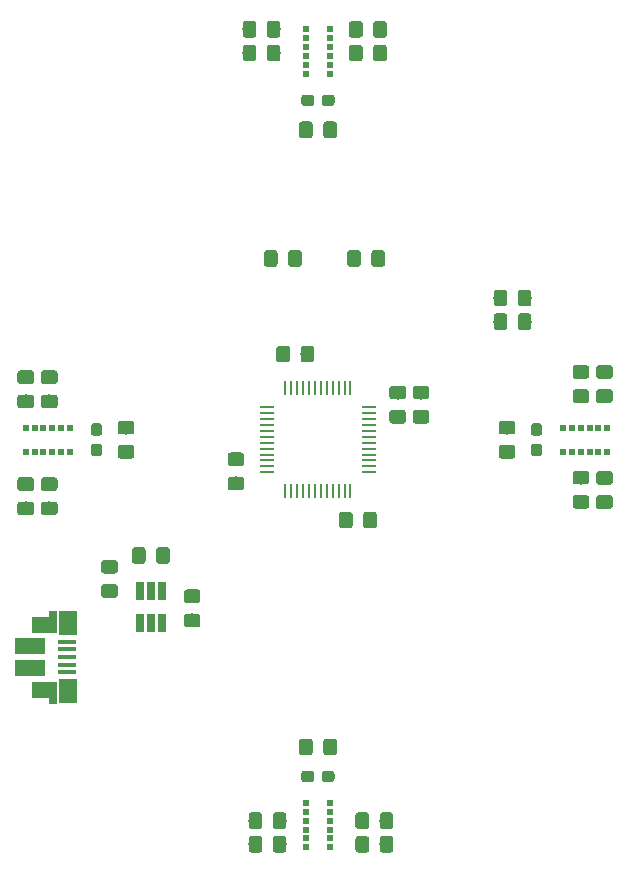
<source format=gbr>
G04 #@! TF.GenerationSoftware,KiCad,Pcbnew,5.0.0-fee4fd1~66~ubuntu16.04.1*
G04 #@! TF.CreationDate,2019-03-05T11:42:27-05:00*
G04 #@! TF.ProjectId,quadrant,7175616472616E742E6B696361645F70,rev?*
G04 #@! TF.SameCoordinates,Original*
G04 #@! TF.FileFunction,Paste,Top*
G04 #@! TF.FilePolarity,Positive*
%FSLAX46Y46*%
G04 Gerber Fmt 4.6, Leading zero omitted, Abs format (unit mm)*
G04 Created by KiCad (PCBNEW 5.0.0-fee4fd1~66~ubuntu16.04.1) date Tue Mar  5 11:42:27 2019*
%MOMM*%
%LPD*%
G01*
G04 APERTURE LIST*
%ADD10R,2.500000X1.430000*%
%ADD11R,1.650000X0.400000*%
%ADD12R,1.500000X2.000000*%
%ADD13R,0.700000X1.825000*%
%ADD14R,2.000000X1.350000*%
%ADD15C,0.100000*%
%ADD16C,1.150000*%
%ADD17R,0.550000X0.600000*%
%ADD18R,0.650000X1.560000*%
%ADD19R,0.600000X0.550000*%
%ADD20R,0.250000X1.300000*%
%ADD21R,1.300000X0.250000*%
%ADD22C,0.950000*%
G04 APERTURE END LIST*
D10*
G04 #@! TO.C,J2*
X124345000Y-126111000D03*
X124345000Y-124191000D03*
D11*
X127495000Y-126451000D03*
X127495000Y-125801000D03*
X127495000Y-125151000D03*
X127495000Y-124501000D03*
X127495000Y-123851000D03*
D12*
X127615000Y-128051000D03*
X127595000Y-122301000D03*
D13*
X126295000Y-128151000D03*
X126295000Y-122201000D03*
D14*
X125545000Y-122421000D03*
X125545000Y-127901000D03*
G04 #@! TD*
D15*
G04 #@! TO.C,C1*
G36*
X131574505Y-116926204D02*
X131598773Y-116929804D01*
X131622572Y-116935765D01*
X131645671Y-116944030D01*
X131667850Y-116954520D01*
X131688893Y-116967132D01*
X131708599Y-116981747D01*
X131726777Y-116998223D01*
X131743253Y-117016401D01*
X131757868Y-117036107D01*
X131770480Y-117057150D01*
X131780970Y-117079329D01*
X131789235Y-117102428D01*
X131795196Y-117126227D01*
X131798796Y-117150495D01*
X131800000Y-117174999D01*
X131800000Y-117825001D01*
X131798796Y-117849505D01*
X131795196Y-117873773D01*
X131789235Y-117897572D01*
X131780970Y-117920671D01*
X131770480Y-117942850D01*
X131757868Y-117963893D01*
X131743253Y-117983599D01*
X131726777Y-118001777D01*
X131708599Y-118018253D01*
X131688893Y-118032868D01*
X131667850Y-118045480D01*
X131645671Y-118055970D01*
X131622572Y-118064235D01*
X131598773Y-118070196D01*
X131574505Y-118073796D01*
X131550001Y-118075000D01*
X130649999Y-118075000D01*
X130625495Y-118073796D01*
X130601227Y-118070196D01*
X130577428Y-118064235D01*
X130554329Y-118055970D01*
X130532150Y-118045480D01*
X130511107Y-118032868D01*
X130491401Y-118018253D01*
X130473223Y-118001777D01*
X130456747Y-117983599D01*
X130442132Y-117963893D01*
X130429520Y-117942850D01*
X130419030Y-117920671D01*
X130410765Y-117897572D01*
X130404804Y-117873773D01*
X130401204Y-117849505D01*
X130400000Y-117825001D01*
X130400000Y-117174999D01*
X130401204Y-117150495D01*
X130404804Y-117126227D01*
X130410765Y-117102428D01*
X130419030Y-117079329D01*
X130429520Y-117057150D01*
X130442132Y-117036107D01*
X130456747Y-117016401D01*
X130473223Y-116998223D01*
X130491401Y-116981747D01*
X130511107Y-116967132D01*
X130532150Y-116954520D01*
X130554329Y-116944030D01*
X130577428Y-116935765D01*
X130601227Y-116929804D01*
X130625495Y-116926204D01*
X130649999Y-116925000D01*
X131550001Y-116925000D01*
X131574505Y-116926204D01*
X131574505Y-116926204D01*
G37*
D16*
X131100000Y-117500000D03*
D15*
G36*
X131574505Y-118976204D02*
X131598773Y-118979804D01*
X131622572Y-118985765D01*
X131645671Y-118994030D01*
X131667850Y-119004520D01*
X131688893Y-119017132D01*
X131708599Y-119031747D01*
X131726777Y-119048223D01*
X131743253Y-119066401D01*
X131757868Y-119086107D01*
X131770480Y-119107150D01*
X131780970Y-119129329D01*
X131789235Y-119152428D01*
X131795196Y-119176227D01*
X131798796Y-119200495D01*
X131800000Y-119224999D01*
X131800000Y-119875001D01*
X131798796Y-119899505D01*
X131795196Y-119923773D01*
X131789235Y-119947572D01*
X131780970Y-119970671D01*
X131770480Y-119992850D01*
X131757868Y-120013893D01*
X131743253Y-120033599D01*
X131726777Y-120051777D01*
X131708599Y-120068253D01*
X131688893Y-120082868D01*
X131667850Y-120095480D01*
X131645671Y-120105970D01*
X131622572Y-120114235D01*
X131598773Y-120120196D01*
X131574505Y-120123796D01*
X131550001Y-120125000D01*
X130649999Y-120125000D01*
X130625495Y-120123796D01*
X130601227Y-120120196D01*
X130577428Y-120114235D01*
X130554329Y-120105970D01*
X130532150Y-120095480D01*
X130511107Y-120082868D01*
X130491401Y-120068253D01*
X130473223Y-120051777D01*
X130456747Y-120033599D01*
X130442132Y-120013893D01*
X130429520Y-119992850D01*
X130419030Y-119970671D01*
X130410765Y-119947572D01*
X130404804Y-119923773D01*
X130401204Y-119899505D01*
X130400000Y-119875001D01*
X130400000Y-119224999D01*
X130401204Y-119200495D01*
X130404804Y-119176227D01*
X130410765Y-119152428D01*
X130419030Y-119129329D01*
X130429520Y-119107150D01*
X130442132Y-119086107D01*
X130456747Y-119066401D01*
X130473223Y-119048223D01*
X130491401Y-119031747D01*
X130511107Y-119017132D01*
X130532150Y-119004520D01*
X130554329Y-118994030D01*
X130577428Y-118985765D01*
X130601227Y-118979804D01*
X130625495Y-118976204D01*
X130649999Y-118975000D01*
X131550001Y-118975000D01*
X131574505Y-118976204D01*
X131574505Y-118976204D01*
G37*
D16*
X131100000Y-119550000D03*
G04 #@! TD*
D15*
G04 #@! TO.C,C2*
G36*
X126474505Y-100876204D02*
X126498773Y-100879804D01*
X126522572Y-100885765D01*
X126545671Y-100894030D01*
X126567850Y-100904520D01*
X126588893Y-100917132D01*
X126608599Y-100931747D01*
X126626777Y-100948223D01*
X126643253Y-100966401D01*
X126657868Y-100986107D01*
X126670480Y-101007150D01*
X126680970Y-101029329D01*
X126689235Y-101052428D01*
X126695196Y-101076227D01*
X126698796Y-101100495D01*
X126700000Y-101124999D01*
X126700000Y-101775001D01*
X126698796Y-101799505D01*
X126695196Y-101823773D01*
X126689235Y-101847572D01*
X126680970Y-101870671D01*
X126670480Y-101892850D01*
X126657868Y-101913893D01*
X126643253Y-101933599D01*
X126626777Y-101951777D01*
X126608599Y-101968253D01*
X126588893Y-101982868D01*
X126567850Y-101995480D01*
X126545671Y-102005970D01*
X126522572Y-102014235D01*
X126498773Y-102020196D01*
X126474505Y-102023796D01*
X126450001Y-102025000D01*
X125549999Y-102025000D01*
X125525495Y-102023796D01*
X125501227Y-102020196D01*
X125477428Y-102014235D01*
X125454329Y-102005970D01*
X125432150Y-101995480D01*
X125411107Y-101982868D01*
X125391401Y-101968253D01*
X125373223Y-101951777D01*
X125356747Y-101933599D01*
X125342132Y-101913893D01*
X125329520Y-101892850D01*
X125319030Y-101870671D01*
X125310765Y-101847572D01*
X125304804Y-101823773D01*
X125301204Y-101799505D01*
X125300000Y-101775001D01*
X125300000Y-101124999D01*
X125301204Y-101100495D01*
X125304804Y-101076227D01*
X125310765Y-101052428D01*
X125319030Y-101029329D01*
X125329520Y-101007150D01*
X125342132Y-100986107D01*
X125356747Y-100966401D01*
X125373223Y-100948223D01*
X125391401Y-100931747D01*
X125411107Y-100917132D01*
X125432150Y-100904520D01*
X125454329Y-100894030D01*
X125477428Y-100885765D01*
X125501227Y-100879804D01*
X125525495Y-100876204D01*
X125549999Y-100875000D01*
X126450001Y-100875000D01*
X126474505Y-100876204D01*
X126474505Y-100876204D01*
G37*
D16*
X126000000Y-101450000D03*
D15*
G36*
X126474505Y-102926204D02*
X126498773Y-102929804D01*
X126522572Y-102935765D01*
X126545671Y-102944030D01*
X126567850Y-102954520D01*
X126588893Y-102967132D01*
X126608599Y-102981747D01*
X126626777Y-102998223D01*
X126643253Y-103016401D01*
X126657868Y-103036107D01*
X126670480Y-103057150D01*
X126680970Y-103079329D01*
X126689235Y-103102428D01*
X126695196Y-103126227D01*
X126698796Y-103150495D01*
X126700000Y-103174999D01*
X126700000Y-103825001D01*
X126698796Y-103849505D01*
X126695196Y-103873773D01*
X126689235Y-103897572D01*
X126680970Y-103920671D01*
X126670480Y-103942850D01*
X126657868Y-103963893D01*
X126643253Y-103983599D01*
X126626777Y-104001777D01*
X126608599Y-104018253D01*
X126588893Y-104032868D01*
X126567850Y-104045480D01*
X126545671Y-104055970D01*
X126522572Y-104064235D01*
X126498773Y-104070196D01*
X126474505Y-104073796D01*
X126450001Y-104075000D01*
X125549999Y-104075000D01*
X125525495Y-104073796D01*
X125501227Y-104070196D01*
X125477428Y-104064235D01*
X125454329Y-104055970D01*
X125432150Y-104045480D01*
X125411107Y-104032868D01*
X125391401Y-104018253D01*
X125373223Y-104001777D01*
X125356747Y-103983599D01*
X125342132Y-103963893D01*
X125329520Y-103942850D01*
X125319030Y-103920671D01*
X125310765Y-103897572D01*
X125304804Y-103873773D01*
X125301204Y-103849505D01*
X125300000Y-103825001D01*
X125300000Y-103174999D01*
X125301204Y-103150495D01*
X125304804Y-103126227D01*
X125310765Y-103102428D01*
X125319030Y-103079329D01*
X125329520Y-103057150D01*
X125342132Y-103036107D01*
X125356747Y-103016401D01*
X125373223Y-102998223D01*
X125391401Y-102981747D01*
X125411107Y-102967132D01*
X125432150Y-102954520D01*
X125454329Y-102944030D01*
X125477428Y-102935765D01*
X125501227Y-102929804D01*
X125525495Y-102926204D01*
X125549999Y-102925000D01*
X126450001Y-102925000D01*
X126474505Y-102926204D01*
X126474505Y-102926204D01*
G37*
D16*
X126000000Y-103500000D03*
G04 #@! TD*
D15*
G04 #@! TO.C,C3*
G36*
X124474505Y-102926204D02*
X124498773Y-102929804D01*
X124522572Y-102935765D01*
X124545671Y-102944030D01*
X124567850Y-102954520D01*
X124588893Y-102967132D01*
X124608599Y-102981747D01*
X124626777Y-102998223D01*
X124643253Y-103016401D01*
X124657868Y-103036107D01*
X124670480Y-103057150D01*
X124680970Y-103079329D01*
X124689235Y-103102428D01*
X124695196Y-103126227D01*
X124698796Y-103150495D01*
X124700000Y-103174999D01*
X124700000Y-103825001D01*
X124698796Y-103849505D01*
X124695196Y-103873773D01*
X124689235Y-103897572D01*
X124680970Y-103920671D01*
X124670480Y-103942850D01*
X124657868Y-103963893D01*
X124643253Y-103983599D01*
X124626777Y-104001777D01*
X124608599Y-104018253D01*
X124588893Y-104032868D01*
X124567850Y-104045480D01*
X124545671Y-104055970D01*
X124522572Y-104064235D01*
X124498773Y-104070196D01*
X124474505Y-104073796D01*
X124450001Y-104075000D01*
X123549999Y-104075000D01*
X123525495Y-104073796D01*
X123501227Y-104070196D01*
X123477428Y-104064235D01*
X123454329Y-104055970D01*
X123432150Y-104045480D01*
X123411107Y-104032868D01*
X123391401Y-104018253D01*
X123373223Y-104001777D01*
X123356747Y-103983599D01*
X123342132Y-103963893D01*
X123329520Y-103942850D01*
X123319030Y-103920671D01*
X123310765Y-103897572D01*
X123304804Y-103873773D01*
X123301204Y-103849505D01*
X123300000Y-103825001D01*
X123300000Y-103174999D01*
X123301204Y-103150495D01*
X123304804Y-103126227D01*
X123310765Y-103102428D01*
X123319030Y-103079329D01*
X123329520Y-103057150D01*
X123342132Y-103036107D01*
X123356747Y-103016401D01*
X123373223Y-102998223D01*
X123391401Y-102981747D01*
X123411107Y-102967132D01*
X123432150Y-102954520D01*
X123454329Y-102944030D01*
X123477428Y-102935765D01*
X123501227Y-102929804D01*
X123525495Y-102926204D01*
X123549999Y-102925000D01*
X124450001Y-102925000D01*
X124474505Y-102926204D01*
X124474505Y-102926204D01*
G37*
D16*
X124000000Y-103500000D03*
D15*
G36*
X124474505Y-100876204D02*
X124498773Y-100879804D01*
X124522572Y-100885765D01*
X124545671Y-100894030D01*
X124567850Y-100904520D01*
X124588893Y-100917132D01*
X124608599Y-100931747D01*
X124626777Y-100948223D01*
X124643253Y-100966401D01*
X124657868Y-100986107D01*
X124670480Y-101007150D01*
X124680970Y-101029329D01*
X124689235Y-101052428D01*
X124695196Y-101076227D01*
X124698796Y-101100495D01*
X124700000Y-101124999D01*
X124700000Y-101775001D01*
X124698796Y-101799505D01*
X124695196Y-101823773D01*
X124689235Y-101847572D01*
X124680970Y-101870671D01*
X124670480Y-101892850D01*
X124657868Y-101913893D01*
X124643253Y-101933599D01*
X124626777Y-101951777D01*
X124608599Y-101968253D01*
X124588893Y-101982868D01*
X124567850Y-101995480D01*
X124545671Y-102005970D01*
X124522572Y-102014235D01*
X124498773Y-102020196D01*
X124474505Y-102023796D01*
X124450001Y-102025000D01*
X123549999Y-102025000D01*
X123525495Y-102023796D01*
X123501227Y-102020196D01*
X123477428Y-102014235D01*
X123454329Y-102005970D01*
X123432150Y-101995480D01*
X123411107Y-101982868D01*
X123391401Y-101968253D01*
X123373223Y-101951777D01*
X123356747Y-101933599D01*
X123342132Y-101913893D01*
X123329520Y-101892850D01*
X123319030Y-101870671D01*
X123310765Y-101847572D01*
X123304804Y-101823773D01*
X123301204Y-101799505D01*
X123300000Y-101775001D01*
X123300000Y-101124999D01*
X123301204Y-101100495D01*
X123304804Y-101076227D01*
X123310765Y-101052428D01*
X123319030Y-101029329D01*
X123329520Y-101007150D01*
X123342132Y-100986107D01*
X123356747Y-100966401D01*
X123373223Y-100948223D01*
X123391401Y-100931747D01*
X123411107Y-100917132D01*
X123432150Y-100904520D01*
X123454329Y-100894030D01*
X123477428Y-100885765D01*
X123501227Y-100879804D01*
X123525495Y-100876204D01*
X123549999Y-100875000D01*
X124450001Y-100875000D01*
X124474505Y-100876204D01*
X124474505Y-100876204D01*
G37*
D16*
X124000000Y-101450000D03*
G04 #@! TD*
D15*
G04 #@! TO.C,C4*
G36*
X135974505Y-115851204D02*
X135998773Y-115854804D01*
X136022572Y-115860765D01*
X136045671Y-115869030D01*
X136067850Y-115879520D01*
X136088893Y-115892132D01*
X136108599Y-115906747D01*
X136126777Y-115923223D01*
X136143253Y-115941401D01*
X136157868Y-115961107D01*
X136170480Y-115982150D01*
X136180970Y-116004329D01*
X136189235Y-116027428D01*
X136195196Y-116051227D01*
X136198796Y-116075495D01*
X136200000Y-116099999D01*
X136200000Y-117000001D01*
X136198796Y-117024505D01*
X136195196Y-117048773D01*
X136189235Y-117072572D01*
X136180970Y-117095671D01*
X136170480Y-117117850D01*
X136157868Y-117138893D01*
X136143253Y-117158599D01*
X136126777Y-117176777D01*
X136108599Y-117193253D01*
X136088893Y-117207868D01*
X136067850Y-117220480D01*
X136045671Y-117230970D01*
X136022572Y-117239235D01*
X135998773Y-117245196D01*
X135974505Y-117248796D01*
X135950001Y-117250000D01*
X135299999Y-117250000D01*
X135275495Y-117248796D01*
X135251227Y-117245196D01*
X135227428Y-117239235D01*
X135204329Y-117230970D01*
X135182150Y-117220480D01*
X135161107Y-117207868D01*
X135141401Y-117193253D01*
X135123223Y-117176777D01*
X135106747Y-117158599D01*
X135092132Y-117138893D01*
X135079520Y-117117850D01*
X135069030Y-117095671D01*
X135060765Y-117072572D01*
X135054804Y-117048773D01*
X135051204Y-117024505D01*
X135050000Y-117000001D01*
X135050000Y-116099999D01*
X135051204Y-116075495D01*
X135054804Y-116051227D01*
X135060765Y-116027428D01*
X135069030Y-116004329D01*
X135079520Y-115982150D01*
X135092132Y-115961107D01*
X135106747Y-115941401D01*
X135123223Y-115923223D01*
X135141401Y-115906747D01*
X135161107Y-115892132D01*
X135182150Y-115879520D01*
X135204329Y-115869030D01*
X135227428Y-115860765D01*
X135251227Y-115854804D01*
X135275495Y-115851204D01*
X135299999Y-115850000D01*
X135950001Y-115850000D01*
X135974505Y-115851204D01*
X135974505Y-115851204D01*
G37*
D16*
X135625000Y-116550000D03*
D15*
G36*
X133924505Y-115851204D02*
X133948773Y-115854804D01*
X133972572Y-115860765D01*
X133995671Y-115869030D01*
X134017850Y-115879520D01*
X134038893Y-115892132D01*
X134058599Y-115906747D01*
X134076777Y-115923223D01*
X134093253Y-115941401D01*
X134107868Y-115961107D01*
X134120480Y-115982150D01*
X134130970Y-116004329D01*
X134139235Y-116027428D01*
X134145196Y-116051227D01*
X134148796Y-116075495D01*
X134150000Y-116099999D01*
X134150000Y-117000001D01*
X134148796Y-117024505D01*
X134145196Y-117048773D01*
X134139235Y-117072572D01*
X134130970Y-117095671D01*
X134120480Y-117117850D01*
X134107868Y-117138893D01*
X134093253Y-117158599D01*
X134076777Y-117176777D01*
X134058599Y-117193253D01*
X134038893Y-117207868D01*
X134017850Y-117220480D01*
X133995671Y-117230970D01*
X133972572Y-117239235D01*
X133948773Y-117245196D01*
X133924505Y-117248796D01*
X133900001Y-117250000D01*
X133249999Y-117250000D01*
X133225495Y-117248796D01*
X133201227Y-117245196D01*
X133177428Y-117239235D01*
X133154329Y-117230970D01*
X133132150Y-117220480D01*
X133111107Y-117207868D01*
X133091401Y-117193253D01*
X133073223Y-117176777D01*
X133056747Y-117158599D01*
X133042132Y-117138893D01*
X133029520Y-117117850D01*
X133019030Y-117095671D01*
X133010765Y-117072572D01*
X133004804Y-117048773D01*
X133001204Y-117024505D01*
X133000000Y-117000001D01*
X133000000Y-116099999D01*
X133001204Y-116075495D01*
X133004804Y-116051227D01*
X133010765Y-116027428D01*
X133019030Y-116004329D01*
X133029520Y-115982150D01*
X133042132Y-115961107D01*
X133056747Y-115941401D01*
X133073223Y-115923223D01*
X133091401Y-115906747D01*
X133111107Y-115892132D01*
X133132150Y-115879520D01*
X133154329Y-115869030D01*
X133177428Y-115860765D01*
X133201227Y-115854804D01*
X133225495Y-115851204D01*
X133249999Y-115850000D01*
X133900001Y-115850000D01*
X133924505Y-115851204D01*
X133924505Y-115851204D01*
G37*
D16*
X133575000Y-116550000D03*
G04 #@! TD*
D15*
G04 #@! TO.C,C5*
G36*
X152299505Y-71301204D02*
X152323773Y-71304804D01*
X152347572Y-71310765D01*
X152370671Y-71319030D01*
X152392850Y-71329520D01*
X152413893Y-71342132D01*
X152433599Y-71356747D01*
X152451777Y-71373223D01*
X152468253Y-71391401D01*
X152482868Y-71411107D01*
X152495480Y-71432150D01*
X152505970Y-71454329D01*
X152514235Y-71477428D01*
X152520196Y-71501227D01*
X152523796Y-71525495D01*
X152525000Y-71549999D01*
X152525000Y-72450001D01*
X152523796Y-72474505D01*
X152520196Y-72498773D01*
X152514235Y-72522572D01*
X152505970Y-72545671D01*
X152495480Y-72567850D01*
X152482868Y-72588893D01*
X152468253Y-72608599D01*
X152451777Y-72626777D01*
X152433599Y-72643253D01*
X152413893Y-72657868D01*
X152392850Y-72670480D01*
X152370671Y-72680970D01*
X152347572Y-72689235D01*
X152323773Y-72695196D01*
X152299505Y-72698796D01*
X152275001Y-72700000D01*
X151624999Y-72700000D01*
X151600495Y-72698796D01*
X151576227Y-72695196D01*
X151552428Y-72689235D01*
X151529329Y-72680970D01*
X151507150Y-72670480D01*
X151486107Y-72657868D01*
X151466401Y-72643253D01*
X151448223Y-72626777D01*
X151431747Y-72608599D01*
X151417132Y-72588893D01*
X151404520Y-72567850D01*
X151394030Y-72545671D01*
X151385765Y-72522572D01*
X151379804Y-72498773D01*
X151376204Y-72474505D01*
X151375000Y-72450001D01*
X151375000Y-71549999D01*
X151376204Y-71525495D01*
X151379804Y-71501227D01*
X151385765Y-71477428D01*
X151394030Y-71454329D01*
X151404520Y-71432150D01*
X151417132Y-71411107D01*
X151431747Y-71391401D01*
X151448223Y-71373223D01*
X151466401Y-71356747D01*
X151486107Y-71342132D01*
X151507150Y-71329520D01*
X151529329Y-71319030D01*
X151552428Y-71310765D01*
X151576227Y-71304804D01*
X151600495Y-71301204D01*
X151624999Y-71300000D01*
X152275001Y-71300000D01*
X152299505Y-71301204D01*
X152299505Y-71301204D01*
G37*
D16*
X151950000Y-72000000D03*
D15*
G36*
X154349505Y-71301204D02*
X154373773Y-71304804D01*
X154397572Y-71310765D01*
X154420671Y-71319030D01*
X154442850Y-71329520D01*
X154463893Y-71342132D01*
X154483599Y-71356747D01*
X154501777Y-71373223D01*
X154518253Y-71391401D01*
X154532868Y-71411107D01*
X154545480Y-71432150D01*
X154555970Y-71454329D01*
X154564235Y-71477428D01*
X154570196Y-71501227D01*
X154573796Y-71525495D01*
X154575000Y-71549999D01*
X154575000Y-72450001D01*
X154573796Y-72474505D01*
X154570196Y-72498773D01*
X154564235Y-72522572D01*
X154555970Y-72545671D01*
X154545480Y-72567850D01*
X154532868Y-72588893D01*
X154518253Y-72608599D01*
X154501777Y-72626777D01*
X154483599Y-72643253D01*
X154463893Y-72657868D01*
X154442850Y-72670480D01*
X154420671Y-72680970D01*
X154397572Y-72689235D01*
X154373773Y-72695196D01*
X154349505Y-72698796D01*
X154325001Y-72700000D01*
X153674999Y-72700000D01*
X153650495Y-72698796D01*
X153626227Y-72695196D01*
X153602428Y-72689235D01*
X153579329Y-72680970D01*
X153557150Y-72670480D01*
X153536107Y-72657868D01*
X153516401Y-72643253D01*
X153498223Y-72626777D01*
X153481747Y-72608599D01*
X153467132Y-72588893D01*
X153454520Y-72567850D01*
X153444030Y-72545671D01*
X153435765Y-72522572D01*
X153429804Y-72498773D01*
X153426204Y-72474505D01*
X153425000Y-72450001D01*
X153425000Y-71549999D01*
X153426204Y-71525495D01*
X153429804Y-71501227D01*
X153435765Y-71477428D01*
X153444030Y-71454329D01*
X153454520Y-71432150D01*
X153467132Y-71411107D01*
X153481747Y-71391401D01*
X153498223Y-71373223D01*
X153516401Y-71356747D01*
X153536107Y-71342132D01*
X153557150Y-71329520D01*
X153579329Y-71319030D01*
X153602428Y-71310765D01*
X153626227Y-71304804D01*
X153650495Y-71301204D01*
X153674999Y-71300000D01*
X154325001Y-71300000D01*
X154349505Y-71301204D01*
X154349505Y-71301204D01*
G37*
D16*
X154000000Y-72000000D03*
G04 #@! TD*
D15*
G04 #@! TO.C,C6*
G36*
X152299505Y-73301204D02*
X152323773Y-73304804D01*
X152347572Y-73310765D01*
X152370671Y-73319030D01*
X152392850Y-73329520D01*
X152413893Y-73342132D01*
X152433599Y-73356747D01*
X152451777Y-73373223D01*
X152468253Y-73391401D01*
X152482868Y-73411107D01*
X152495480Y-73432150D01*
X152505970Y-73454329D01*
X152514235Y-73477428D01*
X152520196Y-73501227D01*
X152523796Y-73525495D01*
X152525000Y-73549999D01*
X152525000Y-74450001D01*
X152523796Y-74474505D01*
X152520196Y-74498773D01*
X152514235Y-74522572D01*
X152505970Y-74545671D01*
X152495480Y-74567850D01*
X152482868Y-74588893D01*
X152468253Y-74608599D01*
X152451777Y-74626777D01*
X152433599Y-74643253D01*
X152413893Y-74657868D01*
X152392850Y-74670480D01*
X152370671Y-74680970D01*
X152347572Y-74689235D01*
X152323773Y-74695196D01*
X152299505Y-74698796D01*
X152275001Y-74700000D01*
X151624999Y-74700000D01*
X151600495Y-74698796D01*
X151576227Y-74695196D01*
X151552428Y-74689235D01*
X151529329Y-74680970D01*
X151507150Y-74670480D01*
X151486107Y-74657868D01*
X151466401Y-74643253D01*
X151448223Y-74626777D01*
X151431747Y-74608599D01*
X151417132Y-74588893D01*
X151404520Y-74567850D01*
X151394030Y-74545671D01*
X151385765Y-74522572D01*
X151379804Y-74498773D01*
X151376204Y-74474505D01*
X151375000Y-74450001D01*
X151375000Y-73549999D01*
X151376204Y-73525495D01*
X151379804Y-73501227D01*
X151385765Y-73477428D01*
X151394030Y-73454329D01*
X151404520Y-73432150D01*
X151417132Y-73411107D01*
X151431747Y-73391401D01*
X151448223Y-73373223D01*
X151466401Y-73356747D01*
X151486107Y-73342132D01*
X151507150Y-73329520D01*
X151529329Y-73319030D01*
X151552428Y-73310765D01*
X151576227Y-73304804D01*
X151600495Y-73301204D01*
X151624999Y-73300000D01*
X152275001Y-73300000D01*
X152299505Y-73301204D01*
X152299505Y-73301204D01*
G37*
D16*
X151950000Y-74000000D03*
D15*
G36*
X154349505Y-73301204D02*
X154373773Y-73304804D01*
X154397572Y-73310765D01*
X154420671Y-73319030D01*
X154442850Y-73329520D01*
X154463893Y-73342132D01*
X154483599Y-73356747D01*
X154501777Y-73373223D01*
X154518253Y-73391401D01*
X154532868Y-73411107D01*
X154545480Y-73432150D01*
X154555970Y-73454329D01*
X154564235Y-73477428D01*
X154570196Y-73501227D01*
X154573796Y-73525495D01*
X154575000Y-73549999D01*
X154575000Y-74450001D01*
X154573796Y-74474505D01*
X154570196Y-74498773D01*
X154564235Y-74522572D01*
X154555970Y-74545671D01*
X154545480Y-74567850D01*
X154532868Y-74588893D01*
X154518253Y-74608599D01*
X154501777Y-74626777D01*
X154483599Y-74643253D01*
X154463893Y-74657868D01*
X154442850Y-74670480D01*
X154420671Y-74680970D01*
X154397572Y-74689235D01*
X154373773Y-74695196D01*
X154349505Y-74698796D01*
X154325001Y-74700000D01*
X153674999Y-74700000D01*
X153650495Y-74698796D01*
X153626227Y-74695196D01*
X153602428Y-74689235D01*
X153579329Y-74680970D01*
X153557150Y-74670480D01*
X153536107Y-74657868D01*
X153516401Y-74643253D01*
X153498223Y-74626777D01*
X153481747Y-74608599D01*
X153467132Y-74588893D01*
X153454520Y-74567850D01*
X153444030Y-74545671D01*
X153435765Y-74522572D01*
X153429804Y-74498773D01*
X153426204Y-74474505D01*
X153425000Y-74450001D01*
X153425000Y-73549999D01*
X153426204Y-73525495D01*
X153429804Y-73501227D01*
X153435765Y-73477428D01*
X153444030Y-73454329D01*
X153454520Y-73432150D01*
X153467132Y-73411107D01*
X153481747Y-73391401D01*
X153498223Y-73373223D01*
X153516401Y-73356747D01*
X153536107Y-73342132D01*
X153557150Y-73329520D01*
X153579329Y-73319030D01*
X153602428Y-73310765D01*
X153626227Y-73304804D01*
X153650495Y-73301204D01*
X153674999Y-73300000D01*
X154325001Y-73300000D01*
X154349505Y-73301204D01*
X154349505Y-73301204D01*
G37*
D16*
X154000000Y-74000000D03*
G04 #@! TD*
D15*
G04 #@! TO.C,C7*
G36*
X143799505Y-138301204D02*
X143823773Y-138304804D01*
X143847572Y-138310765D01*
X143870671Y-138319030D01*
X143892850Y-138329520D01*
X143913893Y-138342132D01*
X143933599Y-138356747D01*
X143951777Y-138373223D01*
X143968253Y-138391401D01*
X143982868Y-138411107D01*
X143995480Y-138432150D01*
X144005970Y-138454329D01*
X144014235Y-138477428D01*
X144020196Y-138501227D01*
X144023796Y-138525495D01*
X144025000Y-138549999D01*
X144025000Y-139450001D01*
X144023796Y-139474505D01*
X144020196Y-139498773D01*
X144014235Y-139522572D01*
X144005970Y-139545671D01*
X143995480Y-139567850D01*
X143982868Y-139588893D01*
X143968253Y-139608599D01*
X143951777Y-139626777D01*
X143933599Y-139643253D01*
X143913893Y-139657868D01*
X143892850Y-139670480D01*
X143870671Y-139680970D01*
X143847572Y-139689235D01*
X143823773Y-139695196D01*
X143799505Y-139698796D01*
X143775001Y-139700000D01*
X143124999Y-139700000D01*
X143100495Y-139698796D01*
X143076227Y-139695196D01*
X143052428Y-139689235D01*
X143029329Y-139680970D01*
X143007150Y-139670480D01*
X142986107Y-139657868D01*
X142966401Y-139643253D01*
X142948223Y-139626777D01*
X142931747Y-139608599D01*
X142917132Y-139588893D01*
X142904520Y-139567850D01*
X142894030Y-139545671D01*
X142885765Y-139522572D01*
X142879804Y-139498773D01*
X142876204Y-139474505D01*
X142875000Y-139450001D01*
X142875000Y-138549999D01*
X142876204Y-138525495D01*
X142879804Y-138501227D01*
X142885765Y-138477428D01*
X142894030Y-138454329D01*
X142904520Y-138432150D01*
X142917132Y-138411107D01*
X142931747Y-138391401D01*
X142948223Y-138373223D01*
X142966401Y-138356747D01*
X142986107Y-138342132D01*
X143007150Y-138329520D01*
X143029329Y-138319030D01*
X143052428Y-138310765D01*
X143076227Y-138304804D01*
X143100495Y-138301204D01*
X143124999Y-138300000D01*
X143775001Y-138300000D01*
X143799505Y-138301204D01*
X143799505Y-138301204D01*
G37*
D16*
X143450000Y-139000000D03*
D15*
G36*
X145849505Y-138301204D02*
X145873773Y-138304804D01*
X145897572Y-138310765D01*
X145920671Y-138319030D01*
X145942850Y-138329520D01*
X145963893Y-138342132D01*
X145983599Y-138356747D01*
X146001777Y-138373223D01*
X146018253Y-138391401D01*
X146032868Y-138411107D01*
X146045480Y-138432150D01*
X146055970Y-138454329D01*
X146064235Y-138477428D01*
X146070196Y-138501227D01*
X146073796Y-138525495D01*
X146075000Y-138549999D01*
X146075000Y-139450001D01*
X146073796Y-139474505D01*
X146070196Y-139498773D01*
X146064235Y-139522572D01*
X146055970Y-139545671D01*
X146045480Y-139567850D01*
X146032868Y-139588893D01*
X146018253Y-139608599D01*
X146001777Y-139626777D01*
X145983599Y-139643253D01*
X145963893Y-139657868D01*
X145942850Y-139670480D01*
X145920671Y-139680970D01*
X145897572Y-139689235D01*
X145873773Y-139695196D01*
X145849505Y-139698796D01*
X145825001Y-139700000D01*
X145174999Y-139700000D01*
X145150495Y-139698796D01*
X145126227Y-139695196D01*
X145102428Y-139689235D01*
X145079329Y-139680970D01*
X145057150Y-139670480D01*
X145036107Y-139657868D01*
X145016401Y-139643253D01*
X144998223Y-139626777D01*
X144981747Y-139608599D01*
X144967132Y-139588893D01*
X144954520Y-139567850D01*
X144944030Y-139545671D01*
X144935765Y-139522572D01*
X144929804Y-139498773D01*
X144926204Y-139474505D01*
X144925000Y-139450001D01*
X144925000Y-138549999D01*
X144926204Y-138525495D01*
X144929804Y-138501227D01*
X144935765Y-138477428D01*
X144944030Y-138454329D01*
X144954520Y-138432150D01*
X144967132Y-138411107D01*
X144981747Y-138391401D01*
X144998223Y-138373223D01*
X145016401Y-138356747D01*
X145036107Y-138342132D01*
X145057150Y-138329520D01*
X145079329Y-138319030D01*
X145102428Y-138310765D01*
X145126227Y-138304804D01*
X145150495Y-138301204D01*
X145174999Y-138300000D01*
X145825001Y-138300000D01*
X145849505Y-138301204D01*
X145849505Y-138301204D01*
G37*
D16*
X145500000Y-139000000D03*
G04 #@! TD*
D15*
G04 #@! TO.C,C8*
G36*
X138574505Y-119426204D02*
X138598773Y-119429804D01*
X138622572Y-119435765D01*
X138645671Y-119444030D01*
X138667850Y-119454520D01*
X138688893Y-119467132D01*
X138708599Y-119481747D01*
X138726777Y-119498223D01*
X138743253Y-119516401D01*
X138757868Y-119536107D01*
X138770480Y-119557150D01*
X138780970Y-119579329D01*
X138789235Y-119602428D01*
X138795196Y-119626227D01*
X138798796Y-119650495D01*
X138800000Y-119674999D01*
X138800000Y-120325001D01*
X138798796Y-120349505D01*
X138795196Y-120373773D01*
X138789235Y-120397572D01*
X138780970Y-120420671D01*
X138770480Y-120442850D01*
X138757868Y-120463893D01*
X138743253Y-120483599D01*
X138726777Y-120501777D01*
X138708599Y-120518253D01*
X138688893Y-120532868D01*
X138667850Y-120545480D01*
X138645671Y-120555970D01*
X138622572Y-120564235D01*
X138598773Y-120570196D01*
X138574505Y-120573796D01*
X138550001Y-120575000D01*
X137649999Y-120575000D01*
X137625495Y-120573796D01*
X137601227Y-120570196D01*
X137577428Y-120564235D01*
X137554329Y-120555970D01*
X137532150Y-120545480D01*
X137511107Y-120532868D01*
X137491401Y-120518253D01*
X137473223Y-120501777D01*
X137456747Y-120483599D01*
X137442132Y-120463893D01*
X137429520Y-120442850D01*
X137419030Y-120420671D01*
X137410765Y-120397572D01*
X137404804Y-120373773D01*
X137401204Y-120349505D01*
X137400000Y-120325001D01*
X137400000Y-119674999D01*
X137401204Y-119650495D01*
X137404804Y-119626227D01*
X137410765Y-119602428D01*
X137419030Y-119579329D01*
X137429520Y-119557150D01*
X137442132Y-119536107D01*
X137456747Y-119516401D01*
X137473223Y-119498223D01*
X137491401Y-119481747D01*
X137511107Y-119467132D01*
X137532150Y-119454520D01*
X137554329Y-119444030D01*
X137577428Y-119435765D01*
X137601227Y-119429804D01*
X137625495Y-119426204D01*
X137649999Y-119425000D01*
X138550001Y-119425000D01*
X138574505Y-119426204D01*
X138574505Y-119426204D01*
G37*
D16*
X138100000Y-120000000D03*
D15*
G36*
X138574505Y-121476204D02*
X138598773Y-121479804D01*
X138622572Y-121485765D01*
X138645671Y-121494030D01*
X138667850Y-121504520D01*
X138688893Y-121517132D01*
X138708599Y-121531747D01*
X138726777Y-121548223D01*
X138743253Y-121566401D01*
X138757868Y-121586107D01*
X138770480Y-121607150D01*
X138780970Y-121629329D01*
X138789235Y-121652428D01*
X138795196Y-121676227D01*
X138798796Y-121700495D01*
X138800000Y-121724999D01*
X138800000Y-122375001D01*
X138798796Y-122399505D01*
X138795196Y-122423773D01*
X138789235Y-122447572D01*
X138780970Y-122470671D01*
X138770480Y-122492850D01*
X138757868Y-122513893D01*
X138743253Y-122533599D01*
X138726777Y-122551777D01*
X138708599Y-122568253D01*
X138688893Y-122582868D01*
X138667850Y-122595480D01*
X138645671Y-122605970D01*
X138622572Y-122614235D01*
X138598773Y-122620196D01*
X138574505Y-122623796D01*
X138550001Y-122625000D01*
X137649999Y-122625000D01*
X137625495Y-122623796D01*
X137601227Y-122620196D01*
X137577428Y-122614235D01*
X137554329Y-122605970D01*
X137532150Y-122595480D01*
X137511107Y-122582868D01*
X137491401Y-122568253D01*
X137473223Y-122551777D01*
X137456747Y-122533599D01*
X137442132Y-122513893D01*
X137429520Y-122492850D01*
X137419030Y-122470671D01*
X137410765Y-122447572D01*
X137404804Y-122423773D01*
X137401204Y-122399505D01*
X137400000Y-122375001D01*
X137400000Y-121724999D01*
X137401204Y-121700495D01*
X137404804Y-121676227D01*
X137410765Y-121652428D01*
X137419030Y-121629329D01*
X137429520Y-121607150D01*
X137442132Y-121586107D01*
X137456747Y-121566401D01*
X137473223Y-121548223D01*
X137491401Y-121531747D01*
X137511107Y-121517132D01*
X137532150Y-121504520D01*
X137554329Y-121494030D01*
X137577428Y-121485765D01*
X137601227Y-121479804D01*
X137625495Y-121476204D01*
X137649999Y-121475000D01*
X138550001Y-121475000D01*
X138574505Y-121476204D01*
X138574505Y-121476204D01*
G37*
D16*
X138100000Y-122050000D03*
G04 #@! TD*
D15*
G04 #@! TO.C,C9*
G36*
X152149505Y-90701204D02*
X152173773Y-90704804D01*
X152197572Y-90710765D01*
X152220671Y-90719030D01*
X152242850Y-90729520D01*
X152263893Y-90742132D01*
X152283599Y-90756747D01*
X152301777Y-90773223D01*
X152318253Y-90791401D01*
X152332868Y-90811107D01*
X152345480Y-90832150D01*
X152355970Y-90854329D01*
X152364235Y-90877428D01*
X152370196Y-90901227D01*
X152373796Y-90925495D01*
X152375000Y-90949999D01*
X152375000Y-91850001D01*
X152373796Y-91874505D01*
X152370196Y-91898773D01*
X152364235Y-91922572D01*
X152355970Y-91945671D01*
X152345480Y-91967850D01*
X152332868Y-91988893D01*
X152318253Y-92008599D01*
X152301777Y-92026777D01*
X152283599Y-92043253D01*
X152263893Y-92057868D01*
X152242850Y-92070480D01*
X152220671Y-92080970D01*
X152197572Y-92089235D01*
X152173773Y-92095196D01*
X152149505Y-92098796D01*
X152125001Y-92100000D01*
X151474999Y-92100000D01*
X151450495Y-92098796D01*
X151426227Y-92095196D01*
X151402428Y-92089235D01*
X151379329Y-92080970D01*
X151357150Y-92070480D01*
X151336107Y-92057868D01*
X151316401Y-92043253D01*
X151298223Y-92026777D01*
X151281747Y-92008599D01*
X151267132Y-91988893D01*
X151254520Y-91967850D01*
X151244030Y-91945671D01*
X151235765Y-91922572D01*
X151229804Y-91898773D01*
X151226204Y-91874505D01*
X151225000Y-91850001D01*
X151225000Y-90949999D01*
X151226204Y-90925495D01*
X151229804Y-90901227D01*
X151235765Y-90877428D01*
X151244030Y-90854329D01*
X151254520Y-90832150D01*
X151267132Y-90811107D01*
X151281747Y-90791401D01*
X151298223Y-90773223D01*
X151316401Y-90756747D01*
X151336107Y-90742132D01*
X151357150Y-90729520D01*
X151379329Y-90719030D01*
X151402428Y-90710765D01*
X151426227Y-90704804D01*
X151450495Y-90701204D01*
X151474999Y-90700000D01*
X152125001Y-90700000D01*
X152149505Y-90701204D01*
X152149505Y-90701204D01*
G37*
D16*
X151800000Y-91400000D03*
D15*
G36*
X154199505Y-90701204D02*
X154223773Y-90704804D01*
X154247572Y-90710765D01*
X154270671Y-90719030D01*
X154292850Y-90729520D01*
X154313893Y-90742132D01*
X154333599Y-90756747D01*
X154351777Y-90773223D01*
X154368253Y-90791401D01*
X154382868Y-90811107D01*
X154395480Y-90832150D01*
X154405970Y-90854329D01*
X154414235Y-90877428D01*
X154420196Y-90901227D01*
X154423796Y-90925495D01*
X154425000Y-90949999D01*
X154425000Y-91850001D01*
X154423796Y-91874505D01*
X154420196Y-91898773D01*
X154414235Y-91922572D01*
X154405970Y-91945671D01*
X154395480Y-91967850D01*
X154382868Y-91988893D01*
X154368253Y-92008599D01*
X154351777Y-92026777D01*
X154333599Y-92043253D01*
X154313893Y-92057868D01*
X154292850Y-92070480D01*
X154270671Y-92080970D01*
X154247572Y-92089235D01*
X154223773Y-92095196D01*
X154199505Y-92098796D01*
X154175001Y-92100000D01*
X153524999Y-92100000D01*
X153500495Y-92098796D01*
X153476227Y-92095196D01*
X153452428Y-92089235D01*
X153429329Y-92080970D01*
X153407150Y-92070480D01*
X153386107Y-92057868D01*
X153366401Y-92043253D01*
X153348223Y-92026777D01*
X153331747Y-92008599D01*
X153317132Y-91988893D01*
X153304520Y-91967850D01*
X153294030Y-91945671D01*
X153285765Y-91922572D01*
X153279804Y-91898773D01*
X153276204Y-91874505D01*
X153275000Y-91850001D01*
X153275000Y-90949999D01*
X153276204Y-90925495D01*
X153279804Y-90901227D01*
X153285765Y-90877428D01*
X153294030Y-90854329D01*
X153304520Y-90832150D01*
X153317132Y-90811107D01*
X153331747Y-90791401D01*
X153348223Y-90773223D01*
X153366401Y-90756747D01*
X153386107Y-90742132D01*
X153407150Y-90729520D01*
X153429329Y-90719030D01*
X153452428Y-90710765D01*
X153476227Y-90704804D01*
X153500495Y-90701204D01*
X153524999Y-90700000D01*
X154175001Y-90700000D01*
X154199505Y-90701204D01*
X154199505Y-90701204D01*
G37*
D16*
X153850000Y-91400000D03*
G04 #@! TD*
D15*
G04 #@! TO.C,C10*
G36*
X145099505Y-90701204D02*
X145123773Y-90704804D01*
X145147572Y-90710765D01*
X145170671Y-90719030D01*
X145192850Y-90729520D01*
X145213893Y-90742132D01*
X145233599Y-90756747D01*
X145251777Y-90773223D01*
X145268253Y-90791401D01*
X145282868Y-90811107D01*
X145295480Y-90832150D01*
X145305970Y-90854329D01*
X145314235Y-90877428D01*
X145320196Y-90901227D01*
X145323796Y-90925495D01*
X145325000Y-90949999D01*
X145325000Y-91850001D01*
X145323796Y-91874505D01*
X145320196Y-91898773D01*
X145314235Y-91922572D01*
X145305970Y-91945671D01*
X145295480Y-91967850D01*
X145282868Y-91988893D01*
X145268253Y-92008599D01*
X145251777Y-92026777D01*
X145233599Y-92043253D01*
X145213893Y-92057868D01*
X145192850Y-92070480D01*
X145170671Y-92080970D01*
X145147572Y-92089235D01*
X145123773Y-92095196D01*
X145099505Y-92098796D01*
X145075001Y-92100000D01*
X144424999Y-92100000D01*
X144400495Y-92098796D01*
X144376227Y-92095196D01*
X144352428Y-92089235D01*
X144329329Y-92080970D01*
X144307150Y-92070480D01*
X144286107Y-92057868D01*
X144266401Y-92043253D01*
X144248223Y-92026777D01*
X144231747Y-92008599D01*
X144217132Y-91988893D01*
X144204520Y-91967850D01*
X144194030Y-91945671D01*
X144185765Y-91922572D01*
X144179804Y-91898773D01*
X144176204Y-91874505D01*
X144175000Y-91850001D01*
X144175000Y-90949999D01*
X144176204Y-90925495D01*
X144179804Y-90901227D01*
X144185765Y-90877428D01*
X144194030Y-90854329D01*
X144204520Y-90832150D01*
X144217132Y-90811107D01*
X144231747Y-90791401D01*
X144248223Y-90773223D01*
X144266401Y-90756747D01*
X144286107Y-90742132D01*
X144307150Y-90729520D01*
X144329329Y-90719030D01*
X144352428Y-90710765D01*
X144376227Y-90704804D01*
X144400495Y-90701204D01*
X144424999Y-90700000D01*
X145075001Y-90700000D01*
X145099505Y-90701204D01*
X145099505Y-90701204D01*
G37*
D16*
X144750000Y-91400000D03*
D15*
G36*
X147149505Y-90701204D02*
X147173773Y-90704804D01*
X147197572Y-90710765D01*
X147220671Y-90719030D01*
X147242850Y-90729520D01*
X147263893Y-90742132D01*
X147283599Y-90756747D01*
X147301777Y-90773223D01*
X147318253Y-90791401D01*
X147332868Y-90811107D01*
X147345480Y-90832150D01*
X147355970Y-90854329D01*
X147364235Y-90877428D01*
X147370196Y-90901227D01*
X147373796Y-90925495D01*
X147375000Y-90949999D01*
X147375000Y-91850001D01*
X147373796Y-91874505D01*
X147370196Y-91898773D01*
X147364235Y-91922572D01*
X147355970Y-91945671D01*
X147345480Y-91967850D01*
X147332868Y-91988893D01*
X147318253Y-92008599D01*
X147301777Y-92026777D01*
X147283599Y-92043253D01*
X147263893Y-92057868D01*
X147242850Y-92070480D01*
X147220671Y-92080970D01*
X147197572Y-92089235D01*
X147173773Y-92095196D01*
X147149505Y-92098796D01*
X147125001Y-92100000D01*
X146474999Y-92100000D01*
X146450495Y-92098796D01*
X146426227Y-92095196D01*
X146402428Y-92089235D01*
X146379329Y-92080970D01*
X146357150Y-92070480D01*
X146336107Y-92057868D01*
X146316401Y-92043253D01*
X146298223Y-92026777D01*
X146281747Y-92008599D01*
X146267132Y-91988893D01*
X146254520Y-91967850D01*
X146244030Y-91945671D01*
X146235765Y-91922572D01*
X146229804Y-91898773D01*
X146226204Y-91874505D01*
X146225000Y-91850001D01*
X146225000Y-90949999D01*
X146226204Y-90925495D01*
X146229804Y-90901227D01*
X146235765Y-90877428D01*
X146244030Y-90854329D01*
X146254520Y-90832150D01*
X146267132Y-90811107D01*
X146281747Y-90791401D01*
X146298223Y-90773223D01*
X146316401Y-90756747D01*
X146336107Y-90742132D01*
X146357150Y-90729520D01*
X146379329Y-90719030D01*
X146402428Y-90710765D01*
X146426227Y-90704804D01*
X146450495Y-90701204D01*
X146474999Y-90700000D01*
X147125001Y-90700000D01*
X147149505Y-90701204D01*
X147149505Y-90701204D01*
G37*
D16*
X146800000Y-91400000D03*
G04 #@! TD*
D15*
G04 #@! TO.C,C12*
G36*
X143799505Y-140301204D02*
X143823773Y-140304804D01*
X143847572Y-140310765D01*
X143870671Y-140319030D01*
X143892850Y-140329520D01*
X143913893Y-140342132D01*
X143933599Y-140356747D01*
X143951777Y-140373223D01*
X143968253Y-140391401D01*
X143982868Y-140411107D01*
X143995480Y-140432150D01*
X144005970Y-140454329D01*
X144014235Y-140477428D01*
X144020196Y-140501227D01*
X144023796Y-140525495D01*
X144025000Y-140549999D01*
X144025000Y-141450001D01*
X144023796Y-141474505D01*
X144020196Y-141498773D01*
X144014235Y-141522572D01*
X144005970Y-141545671D01*
X143995480Y-141567850D01*
X143982868Y-141588893D01*
X143968253Y-141608599D01*
X143951777Y-141626777D01*
X143933599Y-141643253D01*
X143913893Y-141657868D01*
X143892850Y-141670480D01*
X143870671Y-141680970D01*
X143847572Y-141689235D01*
X143823773Y-141695196D01*
X143799505Y-141698796D01*
X143775001Y-141700000D01*
X143124999Y-141700000D01*
X143100495Y-141698796D01*
X143076227Y-141695196D01*
X143052428Y-141689235D01*
X143029329Y-141680970D01*
X143007150Y-141670480D01*
X142986107Y-141657868D01*
X142966401Y-141643253D01*
X142948223Y-141626777D01*
X142931747Y-141608599D01*
X142917132Y-141588893D01*
X142904520Y-141567850D01*
X142894030Y-141545671D01*
X142885765Y-141522572D01*
X142879804Y-141498773D01*
X142876204Y-141474505D01*
X142875000Y-141450001D01*
X142875000Y-140549999D01*
X142876204Y-140525495D01*
X142879804Y-140501227D01*
X142885765Y-140477428D01*
X142894030Y-140454329D01*
X142904520Y-140432150D01*
X142917132Y-140411107D01*
X142931747Y-140391401D01*
X142948223Y-140373223D01*
X142966401Y-140356747D01*
X142986107Y-140342132D01*
X143007150Y-140329520D01*
X143029329Y-140319030D01*
X143052428Y-140310765D01*
X143076227Y-140304804D01*
X143100495Y-140301204D01*
X143124999Y-140300000D01*
X143775001Y-140300000D01*
X143799505Y-140301204D01*
X143799505Y-140301204D01*
G37*
D16*
X143450000Y-141000000D03*
D15*
G36*
X145849505Y-140301204D02*
X145873773Y-140304804D01*
X145897572Y-140310765D01*
X145920671Y-140319030D01*
X145942850Y-140329520D01*
X145963893Y-140342132D01*
X145983599Y-140356747D01*
X146001777Y-140373223D01*
X146018253Y-140391401D01*
X146032868Y-140411107D01*
X146045480Y-140432150D01*
X146055970Y-140454329D01*
X146064235Y-140477428D01*
X146070196Y-140501227D01*
X146073796Y-140525495D01*
X146075000Y-140549999D01*
X146075000Y-141450001D01*
X146073796Y-141474505D01*
X146070196Y-141498773D01*
X146064235Y-141522572D01*
X146055970Y-141545671D01*
X146045480Y-141567850D01*
X146032868Y-141588893D01*
X146018253Y-141608599D01*
X146001777Y-141626777D01*
X145983599Y-141643253D01*
X145963893Y-141657868D01*
X145942850Y-141670480D01*
X145920671Y-141680970D01*
X145897572Y-141689235D01*
X145873773Y-141695196D01*
X145849505Y-141698796D01*
X145825001Y-141700000D01*
X145174999Y-141700000D01*
X145150495Y-141698796D01*
X145126227Y-141695196D01*
X145102428Y-141689235D01*
X145079329Y-141680970D01*
X145057150Y-141670480D01*
X145036107Y-141657868D01*
X145016401Y-141643253D01*
X144998223Y-141626777D01*
X144981747Y-141608599D01*
X144967132Y-141588893D01*
X144954520Y-141567850D01*
X144944030Y-141545671D01*
X144935765Y-141522572D01*
X144929804Y-141498773D01*
X144926204Y-141474505D01*
X144925000Y-141450001D01*
X144925000Y-140549999D01*
X144926204Y-140525495D01*
X144929804Y-140501227D01*
X144935765Y-140477428D01*
X144944030Y-140454329D01*
X144954520Y-140432150D01*
X144967132Y-140411107D01*
X144981747Y-140391401D01*
X144998223Y-140373223D01*
X145016401Y-140356747D01*
X145036107Y-140342132D01*
X145057150Y-140329520D01*
X145079329Y-140319030D01*
X145102428Y-140310765D01*
X145126227Y-140304804D01*
X145150495Y-140301204D01*
X145174999Y-140300000D01*
X145825001Y-140300000D01*
X145849505Y-140301204D01*
X145849505Y-140301204D01*
G37*
D16*
X145500000Y-141000000D03*
G04 #@! TD*
D15*
G04 #@! TO.C,C13*
G36*
X171474505Y-109376204D02*
X171498773Y-109379804D01*
X171522572Y-109385765D01*
X171545671Y-109394030D01*
X171567850Y-109404520D01*
X171588893Y-109417132D01*
X171608599Y-109431747D01*
X171626777Y-109448223D01*
X171643253Y-109466401D01*
X171657868Y-109486107D01*
X171670480Y-109507150D01*
X171680970Y-109529329D01*
X171689235Y-109552428D01*
X171695196Y-109576227D01*
X171698796Y-109600495D01*
X171700000Y-109624999D01*
X171700000Y-110275001D01*
X171698796Y-110299505D01*
X171695196Y-110323773D01*
X171689235Y-110347572D01*
X171680970Y-110370671D01*
X171670480Y-110392850D01*
X171657868Y-110413893D01*
X171643253Y-110433599D01*
X171626777Y-110451777D01*
X171608599Y-110468253D01*
X171588893Y-110482868D01*
X171567850Y-110495480D01*
X171545671Y-110505970D01*
X171522572Y-110514235D01*
X171498773Y-110520196D01*
X171474505Y-110523796D01*
X171450001Y-110525000D01*
X170549999Y-110525000D01*
X170525495Y-110523796D01*
X170501227Y-110520196D01*
X170477428Y-110514235D01*
X170454329Y-110505970D01*
X170432150Y-110495480D01*
X170411107Y-110482868D01*
X170391401Y-110468253D01*
X170373223Y-110451777D01*
X170356747Y-110433599D01*
X170342132Y-110413893D01*
X170329520Y-110392850D01*
X170319030Y-110370671D01*
X170310765Y-110347572D01*
X170304804Y-110323773D01*
X170301204Y-110299505D01*
X170300000Y-110275001D01*
X170300000Y-109624999D01*
X170301204Y-109600495D01*
X170304804Y-109576227D01*
X170310765Y-109552428D01*
X170319030Y-109529329D01*
X170329520Y-109507150D01*
X170342132Y-109486107D01*
X170356747Y-109466401D01*
X170373223Y-109448223D01*
X170391401Y-109431747D01*
X170411107Y-109417132D01*
X170432150Y-109404520D01*
X170454329Y-109394030D01*
X170477428Y-109385765D01*
X170501227Y-109379804D01*
X170525495Y-109376204D01*
X170549999Y-109375000D01*
X171450001Y-109375000D01*
X171474505Y-109376204D01*
X171474505Y-109376204D01*
G37*
D16*
X171000000Y-109950000D03*
D15*
G36*
X171474505Y-111426204D02*
X171498773Y-111429804D01*
X171522572Y-111435765D01*
X171545671Y-111444030D01*
X171567850Y-111454520D01*
X171588893Y-111467132D01*
X171608599Y-111481747D01*
X171626777Y-111498223D01*
X171643253Y-111516401D01*
X171657868Y-111536107D01*
X171670480Y-111557150D01*
X171680970Y-111579329D01*
X171689235Y-111602428D01*
X171695196Y-111626227D01*
X171698796Y-111650495D01*
X171700000Y-111674999D01*
X171700000Y-112325001D01*
X171698796Y-112349505D01*
X171695196Y-112373773D01*
X171689235Y-112397572D01*
X171680970Y-112420671D01*
X171670480Y-112442850D01*
X171657868Y-112463893D01*
X171643253Y-112483599D01*
X171626777Y-112501777D01*
X171608599Y-112518253D01*
X171588893Y-112532868D01*
X171567850Y-112545480D01*
X171545671Y-112555970D01*
X171522572Y-112564235D01*
X171498773Y-112570196D01*
X171474505Y-112573796D01*
X171450001Y-112575000D01*
X170549999Y-112575000D01*
X170525495Y-112573796D01*
X170501227Y-112570196D01*
X170477428Y-112564235D01*
X170454329Y-112555970D01*
X170432150Y-112545480D01*
X170411107Y-112532868D01*
X170391401Y-112518253D01*
X170373223Y-112501777D01*
X170356747Y-112483599D01*
X170342132Y-112463893D01*
X170329520Y-112442850D01*
X170319030Y-112420671D01*
X170310765Y-112397572D01*
X170304804Y-112373773D01*
X170301204Y-112349505D01*
X170300000Y-112325001D01*
X170300000Y-111674999D01*
X170301204Y-111650495D01*
X170304804Y-111626227D01*
X170310765Y-111602428D01*
X170319030Y-111579329D01*
X170329520Y-111557150D01*
X170342132Y-111536107D01*
X170356747Y-111516401D01*
X170373223Y-111498223D01*
X170391401Y-111481747D01*
X170411107Y-111467132D01*
X170432150Y-111454520D01*
X170454329Y-111444030D01*
X170477428Y-111435765D01*
X170501227Y-111429804D01*
X170525495Y-111426204D01*
X170549999Y-111425000D01*
X171450001Y-111425000D01*
X171474505Y-111426204D01*
X171474505Y-111426204D01*
G37*
D16*
X171000000Y-112000000D03*
G04 #@! TD*
D15*
G04 #@! TO.C,C14*
G36*
X173474505Y-111451204D02*
X173498773Y-111454804D01*
X173522572Y-111460765D01*
X173545671Y-111469030D01*
X173567850Y-111479520D01*
X173588893Y-111492132D01*
X173608599Y-111506747D01*
X173626777Y-111523223D01*
X173643253Y-111541401D01*
X173657868Y-111561107D01*
X173670480Y-111582150D01*
X173680970Y-111604329D01*
X173689235Y-111627428D01*
X173695196Y-111651227D01*
X173698796Y-111675495D01*
X173700000Y-111699999D01*
X173700000Y-112350001D01*
X173698796Y-112374505D01*
X173695196Y-112398773D01*
X173689235Y-112422572D01*
X173680970Y-112445671D01*
X173670480Y-112467850D01*
X173657868Y-112488893D01*
X173643253Y-112508599D01*
X173626777Y-112526777D01*
X173608599Y-112543253D01*
X173588893Y-112557868D01*
X173567850Y-112570480D01*
X173545671Y-112580970D01*
X173522572Y-112589235D01*
X173498773Y-112595196D01*
X173474505Y-112598796D01*
X173450001Y-112600000D01*
X172549999Y-112600000D01*
X172525495Y-112598796D01*
X172501227Y-112595196D01*
X172477428Y-112589235D01*
X172454329Y-112580970D01*
X172432150Y-112570480D01*
X172411107Y-112557868D01*
X172391401Y-112543253D01*
X172373223Y-112526777D01*
X172356747Y-112508599D01*
X172342132Y-112488893D01*
X172329520Y-112467850D01*
X172319030Y-112445671D01*
X172310765Y-112422572D01*
X172304804Y-112398773D01*
X172301204Y-112374505D01*
X172300000Y-112350001D01*
X172300000Y-111699999D01*
X172301204Y-111675495D01*
X172304804Y-111651227D01*
X172310765Y-111627428D01*
X172319030Y-111604329D01*
X172329520Y-111582150D01*
X172342132Y-111561107D01*
X172356747Y-111541401D01*
X172373223Y-111523223D01*
X172391401Y-111506747D01*
X172411107Y-111492132D01*
X172432150Y-111479520D01*
X172454329Y-111469030D01*
X172477428Y-111460765D01*
X172501227Y-111454804D01*
X172525495Y-111451204D01*
X172549999Y-111450000D01*
X173450001Y-111450000D01*
X173474505Y-111451204D01*
X173474505Y-111451204D01*
G37*
D16*
X173000000Y-112025000D03*
D15*
G36*
X173474505Y-109401204D02*
X173498773Y-109404804D01*
X173522572Y-109410765D01*
X173545671Y-109419030D01*
X173567850Y-109429520D01*
X173588893Y-109442132D01*
X173608599Y-109456747D01*
X173626777Y-109473223D01*
X173643253Y-109491401D01*
X173657868Y-109511107D01*
X173670480Y-109532150D01*
X173680970Y-109554329D01*
X173689235Y-109577428D01*
X173695196Y-109601227D01*
X173698796Y-109625495D01*
X173700000Y-109649999D01*
X173700000Y-110300001D01*
X173698796Y-110324505D01*
X173695196Y-110348773D01*
X173689235Y-110372572D01*
X173680970Y-110395671D01*
X173670480Y-110417850D01*
X173657868Y-110438893D01*
X173643253Y-110458599D01*
X173626777Y-110476777D01*
X173608599Y-110493253D01*
X173588893Y-110507868D01*
X173567850Y-110520480D01*
X173545671Y-110530970D01*
X173522572Y-110539235D01*
X173498773Y-110545196D01*
X173474505Y-110548796D01*
X173450001Y-110550000D01*
X172549999Y-110550000D01*
X172525495Y-110548796D01*
X172501227Y-110545196D01*
X172477428Y-110539235D01*
X172454329Y-110530970D01*
X172432150Y-110520480D01*
X172411107Y-110507868D01*
X172391401Y-110493253D01*
X172373223Y-110476777D01*
X172356747Y-110458599D01*
X172342132Y-110438893D01*
X172329520Y-110417850D01*
X172319030Y-110395671D01*
X172310765Y-110372572D01*
X172304804Y-110348773D01*
X172301204Y-110324505D01*
X172300000Y-110300001D01*
X172300000Y-109649999D01*
X172301204Y-109625495D01*
X172304804Y-109601227D01*
X172310765Y-109577428D01*
X172319030Y-109554329D01*
X172329520Y-109532150D01*
X172342132Y-109511107D01*
X172356747Y-109491401D01*
X172373223Y-109473223D01*
X172391401Y-109456747D01*
X172411107Y-109442132D01*
X172432150Y-109429520D01*
X172454329Y-109419030D01*
X172477428Y-109410765D01*
X172501227Y-109404804D01*
X172525495Y-109401204D01*
X172549999Y-109400000D01*
X173450001Y-109400000D01*
X173474505Y-109401204D01*
X173474505Y-109401204D01*
G37*
D16*
X173000000Y-109975000D03*
G04 #@! TD*
D15*
G04 #@! TO.C,R1*
G36*
X157954505Y-102176204D02*
X157978773Y-102179804D01*
X158002572Y-102185765D01*
X158025671Y-102194030D01*
X158047850Y-102204520D01*
X158068893Y-102217132D01*
X158088599Y-102231747D01*
X158106777Y-102248223D01*
X158123253Y-102266401D01*
X158137868Y-102286107D01*
X158150480Y-102307150D01*
X158160970Y-102329329D01*
X158169235Y-102352428D01*
X158175196Y-102376227D01*
X158178796Y-102400495D01*
X158180000Y-102424999D01*
X158180000Y-103075001D01*
X158178796Y-103099505D01*
X158175196Y-103123773D01*
X158169235Y-103147572D01*
X158160970Y-103170671D01*
X158150480Y-103192850D01*
X158137868Y-103213893D01*
X158123253Y-103233599D01*
X158106777Y-103251777D01*
X158088599Y-103268253D01*
X158068893Y-103282868D01*
X158047850Y-103295480D01*
X158025671Y-103305970D01*
X158002572Y-103314235D01*
X157978773Y-103320196D01*
X157954505Y-103323796D01*
X157930001Y-103325000D01*
X157029999Y-103325000D01*
X157005495Y-103323796D01*
X156981227Y-103320196D01*
X156957428Y-103314235D01*
X156934329Y-103305970D01*
X156912150Y-103295480D01*
X156891107Y-103282868D01*
X156871401Y-103268253D01*
X156853223Y-103251777D01*
X156836747Y-103233599D01*
X156822132Y-103213893D01*
X156809520Y-103192850D01*
X156799030Y-103170671D01*
X156790765Y-103147572D01*
X156784804Y-103123773D01*
X156781204Y-103099505D01*
X156780000Y-103075001D01*
X156780000Y-102424999D01*
X156781204Y-102400495D01*
X156784804Y-102376227D01*
X156790765Y-102352428D01*
X156799030Y-102329329D01*
X156809520Y-102307150D01*
X156822132Y-102286107D01*
X156836747Y-102266401D01*
X156853223Y-102248223D01*
X156871401Y-102231747D01*
X156891107Y-102217132D01*
X156912150Y-102204520D01*
X156934329Y-102194030D01*
X156957428Y-102185765D01*
X156981227Y-102179804D01*
X157005495Y-102176204D01*
X157029999Y-102175000D01*
X157930001Y-102175000D01*
X157954505Y-102176204D01*
X157954505Y-102176204D01*
G37*
D16*
X157480000Y-102750000D03*
D15*
G36*
X157954505Y-104226204D02*
X157978773Y-104229804D01*
X158002572Y-104235765D01*
X158025671Y-104244030D01*
X158047850Y-104254520D01*
X158068893Y-104267132D01*
X158088599Y-104281747D01*
X158106777Y-104298223D01*
X158123253Y-104316401D01*
X158137868Y-104336107D01*
X158150480Y-104357150D01*
X158160970Y-104379329D01*
X158169235Y-104402428D01*
X158175196Y-104426227D01*
X158178796Y-104450495D01*
X158180000Y-104474999D01*
X158180000Y-105125001D01*
X158178796Y-105149505D01*
X158175196Y-105173773D01*
X158169235Y-105197572D01*
X158160970Y-105220671D01*
X158150480Y-105242850D01*
X158137868Y-105263893D01*
X158123253Y-105283599D01*
X158106777Y-105301777D01*
X158088599Y-105318253D01*
X158068893Y-105332868D01*
X158047850Y-105345480D01*
X158025671Y-105355970D01*
X158002572Y-105364235D01*
X157978773Y-105370196D01*
X157954505Y-105373796D01*
X157930001Y-105375000D01*
X157029999Y-105375000D01*
X157005495Y-105373796D01*
X156981227Y-105370196D01*
X156957428Y-105364235D01*
X156934329Y-105355970D01*
X156912150Y-105345480D01*
X156891107Y-105332868D01*
X156871401Y-105318253D01*
X156853223Y-105301777D01*
X156836747Y-105283599D01*
X156822132Y-105263893D01*
X156809520Y-105242850D01*
X156799030Y-105220671D01*
X156790765Y-105197572D01*
X156784804Y-105173773D01*
X156781204Y-105149505D01*
X156780000Y-105125001D01*
X156780000Y-104474999D01*
X156781204Y-104450495D01*
X156784804Y-104426227D01*
X156790765Y-104402428D01*
X156799030Y-104379329D01*
X156809520Y-104357150D01*
X156822132Y-104336107D01*
X156836747Y-104316401D01*
X156853223Y-104298223D01*
X156871401Y-104281747D01*
X156891107Y-104267132D01*
X156912150Y-104254520D01*
X156934329Y-104244030D01*
X156957428Y-104235765D01*
X156981227Y-104229804D01*
X157005495Y-104226204D01*
X157029999Y-104225000D01*
X157930001Y-104225000D01*
X157954505Y-104226204D01*
X157954505Y-104226204D01*
G37*
D16*
X157480000Y-104800000D03*
G04 #@! TD*
D15*
G04 #@! TO.C,R2*
G36*
X148074505Y-79801204D02*
X148098773Y-79804804D01*
X148122572Y-79810765D01*
X148145671Y-79819030D01*
X148167850Y-79829520D01*
X148188893Y-79842132D01*
X148208599Y-79856747D01*
X148226777Y-79873223D01*
X148243253Y-79891401D01*
X148257868Y-79911107D01*
X148270480Y-79932150D01*
X148280970Y-79954329D01*
X148289235Y-79977428D01*
X148295196Y-80001227D01*
X148298796Y-80025495D01*
X148300000Y-80049999D01*
X148300000Y-80950001D01*
X148298796Y-80974505D01*
X148295196Y-80998773D01*
X148289235Y-81022572D01*
X148280970Y-81045671D01*
X148270480Y-81067850D01*
X148257868Y-81088893D01*
X148243253Y-81108599D01*
X148226777Y-81126777D01*
X148208599Y-81143253D01*
X148188893Y-81157868D01*
X148167850Y-81170480D01*
X148145671Y-81180970D01*
X148122572Y-81189235D01*
X148098773Y-81195196D01*
X148074505Y-81198796D01*
X148050001Y-81200000D01*
X147399999Y-81200000D01*
X147375495Y-81198796D01*
X147351227Y-81195196D01*
X147327428Y-81189235D01*
X147304329Y-81180970D01*
X147282150Y-81170480D01*
X147261107Y-81157868D01*
X147241401Y-81143253D01*
X147223223Y-81126777D01*
X147206747Y-81108599D01*
X147192132Y-81088893D01*
X147179520Y-81067850D01*
X147169030Y-81045671D01*
X147160765Y-81022572D01*
X147154804Y-80998773D01*
X147151204Y-80974505D01*
X147150000Y-80950001D01*
X147150000Y-80049999D01*
X147151204Y-80025495D01*
X147154804Y-80001227D01*
X147160765Y-79977428D01*
X147169030Y-79954329D01*
X147179520Y-79932150D01*
X147192132Y-79911107D01*
X147206747Y-79891401D01*
X147223223Y-79873223D01*
X147241401Y-79856747D01*
X147261107Y-79842132D01*
X147282150Y-79829520D01*
X147304329Y-79819030D01*
X147327428Y-79810765D01*
X147351227Y-79804804D01*
X147375495Y-79801204D01*
X147399999Y-79800000D01*
X148050001Y-79800000D01*
X148074505Y-79801204D01*
X148074505Y-79801204D01*
G37*
D16*
X147725000Y-80500000D03*
D15*
G36*
X150124505Y-79801204D02*
X150148773Y-79804804D01*
X150172572Y-79810765D01*
X150195671Y-79819030D01*
X150217850Y-79829520D01*
X150238893Y-79842132D01*
X150258599Y-79856747D01*
X150276777Y-79873223D01*
X150293253Y-79891401D01*
X150307868Y-79911107D01*
X150320480Y-79932150D01*
X150330970Y-79954329D01*
X150339235Y-79977428D01*
X150345196Y-80001227D01*
X150348796Y-80025495D01*
X150350000Y-80049999D01*
X150350000Y-80950001D01*
X150348796Y-80974505D01*
X150345196Y-80998773D01*
X150339235Y-81022572D01*
X150330970Y-81045671D01*
X150320480Y-81067850D01*
X150307868Y-81088893D01*
X150293253Y-81108599D01*
X150276777Y-81126777D01*
X150258599Y-81143253D01*
X150238893Y-81157868D01*
X150217850Y-81170480D01*
X150195671Y-81180970D01*
X150172572Y-81189235D01*
X150148773Y-81195196D01*
X150124505Y-81198796D01*
X150100001Y-81200000D01*
X149449999Y-81200000D01*
X149425495Y-81198796D01*
X149401227Y-81195196D01*
X149377428Y-81189235D01*
X149354329Y-81180970D01*
X149332150Y-81170480D01*
X149311107Y-81157868D01*
X149291401Y-81143253D01*
X149273223Y-81126777D01*
X149256747Y-81108599D01*
X149242132Y-81088893D01*
X149229520Y-81067850D01*
X149219030Y-81045671D01*
X149210765Y-81022572D01*
X149204804Y-80998773D01*
X149201204Y-80974505D01*
X149200000Y-80950001D01*
X149200000Y-80049999D01*
X149201204Y-80025495D01*
X149204804Y-80001227D01*
X149210765Y-79977428D01*
X149219030Y-79954329D01*
X149229520Y-79932150D01*
X149242132Y-79911107D01*
X149256747Y-79891401D01*
X149273223Y-79873223D01*
X149291401Y-79856747D01*
X149311107Y-79842132D01*
X149332150Y-79829520D01*
X149354329Y-79819030D01*
X149377428Y-79810765D01*
X149401227Y-79804804D01*
X149425495Y-79801204D01*
X149449999Y-79800000D01*
X150100001Y-79800000D01*
X150124505Y-79801204D01*
X150124505Y-79801204D01*
G37*
D16*
X149775000Y-80500000D03*
G04 #@! TD*
D15*
G04 #@! TO.C,R3*
G36*
X132974505Y-105151204D02*
X132998773Y-105154804D01*
X133022572Y-105160765D01*
X133045671Y-105169030D01*
X133067850Y-105179520D01*
X133088893Y-105192132D01*
X133108599Y-105206747D01*
X133126777Y-105223223D01*
X133143253Y-105241401D01*
X133157868Y-105261107D01*
X133170480Y-105282150D01*
X133180970Y-105304329D01*
X133189235Y-105327428D01*
X133195196Y-105351227D01*
X133198796Y-105375495D01*
X133200000Y-105399999D01*
X133200000Y-106050001D01*
X133198796Y-106074505D01*
X133195196Y-106098773D01*
X133189235Y-106122572D01*
X133180970Y-106145671D01*
X133170480Y-106167850D01*
X133157868Y-106188893D01*
X133143253Y-106208599D01*
X133126777Y-106226777D01*
X133108599Y-106243253D01*
X133088893Y-106257868D01*
X133067850Y-106270480D01*
X133045671Y-106280970D01*
X133022572Y-106289235D01*
X132998773Y-106295196D01*
X132974505Y-106298796D01*
X132950001Y-106300000D01*
X132049999Y-106300000D01*
X132025495Y-106298796D01*
X132001227Y-106295196D01*
X131977428Y-106289235D01*
X131954329Y-106280970D01*
X131932150Y-106270480D01*
X131911107Y-106257868D01*
X131891401Y-106243253D01*
X131873223Y-106226777D01*
X131856747Y-106208599D01*
X131842132Y-106188893D01*
X131829520Y-106167850D01*
X131819030Y-106145671D01*
X131810765Y-106122572D01*
X131804804Y-106098773D01*
X131801204Y-106074505D01*
X131800000Y-106050001D01*
X131800000Y-105399999D01*
X131801204Y-105375495D01*
X131804804Y-105351227D01*
X131810765Y-105327428D01*
X131819030Y-105304329D01*
X131829520Y-105282150D01*
X131842132Y-105261107D01*
X131856747Y-105241401D01*
X131873223Y-105223223D01*
X131891401Y-105206747D01*
X131911107Y-105192132D01*
X131932150Y-105179520D01*
X131954329Y-105169030D01*
X131977428Y-105160765D01*
X132001227Y-105154804D01*
X132025495Y-105151204D01*
X132049999Y-105150000D01*
X132950001Y-105150000D01*
X132974505Y-105151204D01*
X132974505Y-105151204D01*
G37*
D16*
X132500000Y-105725000D03*
D15*
G36*
X132974505Y-107201204D02*
X132998773Y-107204804D01*
X133022572Y-107210765D01*
X133045671Y-107219030D01*
X133067850Y-107229520D01*
X133088893Y-107242132D01*
X133108599Y-107256747D01*
X133126777Y-107273223D01*
X133143253Y-107291401D01*
X133157868Y-107311107D01*
X133170480Y-107332150D01*
X133180970Y-107354329D01*
X133189235Y-107377428D01*
X133195196Y-107401227D01*
X133198796Y-107425495D01*
X133200000Y-107449999D01*
X133200000Y-108100001D01*
X133198796Y-108124505D01*
X133195196Y-108148773D01*
X133189235Y-108172572D01*
X133180970Y-108195671D01*
X133170480Y-108217850D01*
X133157868Y-108238893D01*
X133143253Y-108258599D01*
X133126777Y-108276777D01*
X133108599Y-108293253D01*
X133088893Y-108307868D01*
X133067850Y-108320480D01*
X133045671Y-108330970D01*
X133022572Y-108339235D01*
X132998773Y-108345196D01*
X132974505Y-108348796D01*
X132950001Y-108350000D01*
X132049999Y-108350000D01*
X132025495Y-108348796D01*
X132001227Y-108345196D01*
X131977428Y-108339235D01*
X131954329Y-108330970D01*
X131932150Y-108320480D01*
X131911107Y-108307868D01*
X131891401Y-108293253D01*
X131873223Y-108276777D01*
X131856747Y-108258599D01*
X131842132Y-108238893D01*
X131829520Y-108217850D01*
X131819030Y-108195671D01*
X131810765Y-108172572D01*
X131804804Y-108148773D01*
X131801204Y-108124505D01*
X131800000Y-108100001D01*
X131800000Y-107449999D01*
X131801204Y-107425495D01*
X131804804Y-107401227D01*
X131810765Y-107377428D01*
X131819030Y-107354329D01*
X131829520Y-107332150D01*
X131842132Y-107311107D01*
X131856747Y-107291401D01*
X131873223Y-107273223D01*
X131891401Y-107256747D01*
X131911107Y-107242132D01*
X131932150Y-107229520D01*
X131954329Y-107219030D01*
X131977428Y-107210765D01*
X132001227Y-107204804D01*
X132025495Y-107201204D01*
X132049999Y-107200000D01*
X132950001Y-107200000D01*
X132974505Y-107201204D01*
X132974505Y-107201204D01*
G37*
D16*
X132500000Y-107775000D03*
G04 #@! TD*
D15*
G04 #@! TO.C,R4*
G36*
X165224505Y-107201204D02*
X165248773Y-107204804D01*
X165272572Y-107210765D01*
X165295671Y-107219030D01*
X165317850Y-107229520D01*
X165338893Y-107242132D01*
X165358599Y-107256747D01*
X165376777Y-107273223D01*
X165393253Y-107291401D01*
X165407868Y-107311107D01*
X165420480Y-107332150D01*
X165430970Y-107354329D01*
X165439235Y-107377428D01*
X165445196Y-107401227D01*
X165448796Y-107425495D01*
X165450000Y-107449999D01*
X165450000Y-108100001D01*
X165448796Y-108124505D01*
X165445196Y-108148773D01*
X165439235Y-108172572D01*
X165430970Y-108195671D01*
X165420480Y-108217850D01*
X165407868Y-108238893D01*
X165393253Y-108258599D01*
X165376777Y-108276777D01*
X165358599Y-108293253D01*
X165338893Y-108307868D01*
X165317850Y-108320480D01*
X165295671Y-108330970D01*
X165272572Y-108339235D01*
X165248773Y-108345196D01*
X165224505Y-108348796D01*
X165200001Y-108350000D01*
X164299999Y-108350000D01*
X164275495Y-108348796D01*
X164251227Y-108345196D01*
X164227428Y-108339235D01*
X164204329Y-108330970D01*
X164182150Y-108320480D01*
X164161107Y-108307868D01*
X164141401Y-108293253D01*
X164123223Y-108276777D01*
X164106747Y-108258599D01*
X164092132Y-108238893D01*
X164079520Y-108217850D01*
X164069030Y-108195671D01*
X164060765Y-108172572D01*
X164054804Y-108148773D01*
X164051204Y-108124505D01*
X164050000Y-108100001D01*
X164050000Y-107449999D01*
X164051204Y-107425495D01*
X164054804Y-107401227D01*
X164060765Y-107377428D01*
X164069030Y-107354329D01*
X164079520Y-107332150D01*
X164092132Y-107311107D01*
X164106747Y-107291401D01*
X164123223Y-107273223D01*
X164141401Y-107256747D01*
X164161107Y-107242132D01*
X164182150Y-107229520D01*
X164204329Y-107219030D01*
X164227428Y-107210765D01*
X164251227Y-107204804D01*
X164275495Y-107201204D01*
X164299999Y-107200000D01*
X165200001Y-107200000D01*
X165224505Y-107201204D01*
X165224505Y-107201204D01*
G37*
D16*
X164750000Y-107775000D03*
D15*
G36*
X165224505Y-105151204D02*
X165248773Y-105154804D01*
X165272572Y-105160765D01*
X165295671Y-105169030D01*
X165317850Y-105179520D01*
X165338893Y-105192132D01*
X165358599Y-105206747D01*
X165376777Y-105223223D01*
X165393253Y-105241401D01*
X165407868Y-105261107D01*
X165420480Y-105282150D01*
X165430970Y-105304329D01*
X165439235Y-105327428D01*
X165445196Y-105351227D01*
X165448796Y-105375495D01*
X165450000Y-105399999D01*
X165450000Y-106050001D01*
X165448796Y-106074505D01*
X165445196Y-106098773D01*
X165439235Y-106122572D01*
X165430970Y-106145671D01*
X165420480Y-106167850D01*
X165407868Y-106188893D01*
X165393253Y-106208599D01*
X165376777Y-106226777D01*
X165358599Y-106243253D01*
X165338893Y-106257868D01*
X165317850Y-106270480D01*
X165295671Y-106280970D01*
X165272572Y-106289235D01*
X165248773Y-106295196D01*
X165224505Y-106298796D01*
X165200001Y-106300000D01*
X164299999Y-106300000D01*
X164275495Y-106298796D01*
X164251227Y-106295196D01*
X164227428Y-106289235D01*
X164204329Y-106280970D01*
X164182150Y-106270480D01*
X164161107Y-106257868D01*
X164141401Y-106243253D01*
X164123223Y-106226777D01*
X164106747Y-106208599D01*
X164092132Y-106188893D01*
X164079520Y-106167850D01*
X164069030Y-106145671D01*
X164060765Y-106122572D01*
X164054804Y-106098773D01*
X164051204Y-106074505D01*
X164050000Y-106050001D01*
X164050000Y-105399999D01*
X164051204Y-105375495D01*
X164054804Y-105351227D01*
X164060765Y-105327428D01*
X164069030Y-105304329D01*
X164079520Y-105282150D01*
X164092132Y-105261107D01*
X164106747Y-105241401D01*
X164123223Y-105223223D01*
X164141401Y-105206747D01*
X164161107Y-105192132D01*
X164182150Y-105179520D01*
X164204329Y-105169030D01*
X164227428Y-105160765D01*
X164251227Y-105154804D01*
X164275495Y-105151204D01*
X164299999Y-105150000D01*
X165200001Y-105150000D01*
X165224505Y-105151204D01*
X165224505Y-105151204D01*
G37*
D16*
X164750000Y-105725000D03*
G04 #@! TD*
D15*
G04 #@! TO.C,R5*
G36*
X150124505Y-132051204D02*
X150148773Y-132054804D01*
X150172572Y-132060765D01*
X150195671Y-132069030D01*
X150217850Y-132079520D01*
X150238893Y-132092132D01*
X150258599Y-132106747D01*
X150276777Y-132123223D01*
X150293253Y-132141401D01*
X150307868Y-132161107D01*
X150320480Y-132182150D01*
X150330970Y-132204329D01*
X150339235Y-132227428D01*
X150345196Y-132251227D01*
X150348796Y-132275495D01*
X150350000Y-132299999D01*
X150350000Y-133200001D01*
X150348796Y-133224505D01*
X150345196Y-133248773D01*
X150339235Y-133272572D01*
X150330970Y-133295671D01*
X150320480Y-133317850D01*
X150307868Y-133338893D01*
X150293253Y-133358599D01*
X150276777Y-133376777D01*
X150258599Y-133393253D01*
X150238893Y-133407868D01*
X150217850Y-133420480D01*
X150195671Y-133430970D01*
X150172572Y-133439235D01*
X150148773Y-133445196D01*
X150124505Y-133448796D01*
X150100001Y-133450000D01*
X149449999Y-133450000D01*
X149425495Y-133448796D01*
X149401227Y-133445196D01*
X149377428Y-133439235D01*
X149354329Y-133430970D01*
X149332150Y-133420480D01*
X149311107Y-133407868D01*
X149291401Y-133393253D01*
X149273223Y-133376777D01*
X149256747Y-133358599D01*
X149242132Y-133338893D01*
X149229520Y-133317850D01*
X149219030Y-133295671D01*
X149210765Y-133272572D01*
X149204804Y-133248773D01*
X149201204Y-133224505D01*
X149200000Y-133200001D01*
X149200000Y-132299999D01*
X149201204Y-132275495D01*
X149204804Y-132251227D01*
X149210765Y-132227428D01*
X149219030Y-132204329D01*
X149229520Y-132182150D01*
X149242132Y-132161107D01*
X149256747Y-132141401D01*
X149273223Y-132123223D01*
X149291401Y-132106747D01*
X149311107Y-132092132D01*
X149332150Y-132079520D01*
X149354329Y-132069030D01*
X149377428Y-132060765D01*
X149401227Y-132054804D01*
X149425495Y-132051204D01*
X149449999Y-132050000D01*
X150100001Y-132050000D01*
X150124505Y-132051204D01*
X150124505Y-132051204D01*
G37*
D16*
X149775000Y-132750000D03*
D15*
G36*
X148074505Y-132051204D02*
X148098773Y-132054804D01*
X148122572Y-132060765D01*
X148145671Y-132069030D01*
X148167850Y-132079520D01*
X148188893Y-132092132D01*
X148208599Y-132106747D01*
X148226777Y-132123223D01*
X148243253Y-132141401D01*
X148257868Y-132161107D01*
X148270480Y-132182150D01*
X148280970Y-132204329D01*
X148289235Y-132227428D01*
X148295196Y-132251227D01*
X148298796Y-132275495D01*
X148300000Y-132299999D01*
X148300000Y-133200001D01*
X148298796Y-133224505D01*
X148295196Y-133248773D01*
X148289235Y-133272572D01*
X148280970Y-133295671D01*
X148270480Y-133317850D01*
X148257868Y-133338893D01*
X148243253Y-133358599D01*
X148226777Y-133376777D01*
X148208599Y-133393253D01*
X148188893Y-133407868D01*
X148167850Y-133420480D01*
X148145671Y-133430970D01*
X148122572Y-133439235D01*
X148098773Y-133445196D01*
X148074505Y-133448796D01*
X148050001Y-133450000D01*
X147399999Y-133450000D01*
X147375495Y-133448796D01*
X147351227Y-133445196D01*
X147327428Y-133439235D01*
X147304329Y-133430970D01*
X147282150Y-133420480D01*
X147261107Y-133407868D01*
X147241401Y-133393253D01*
X147223223Y-133376777D01*
X147206747Y-133358599D01*
X147192132Y-133338893D01*
X147179520Y-133317850D01*
X147169030Y-133295671D01*
X147160765Y-133272572D01*
X147154804Y-133248773D01*
X147151204Y-133224505D01*
X147150000Y-133200001D01*
X147150000Y-132299999D01*
X147151204Y-132275495D01*
X147154804Y-132251227D01*
X147160765Y-132227428D01*
X147169030Y-132204329D01*
X147179520Y-132182150D01*
X147192132Y-132161107D01*
X147206747Y-132141401D01*
X147223223Y-132123223D01*
X147241401Y-132106747D01*
X147261107Y-132092132D01*
X147282150Y-132079520D01*
X147304329Y-132069030D01*
X147327428Y-132060765D01*
X147351227Y-132054804D01*
X147375495Y-132051204D01*
X147399999Y-132050000D01*
X148050001Y-132050000D01*
X148074505Y-132051204D01*
X148074505Y-132051204D01*
G37*
D16*
X147725000Y-132750000D03*
G04 #@! TD*
D15*
G04 #@! TO.C,R6*
G36*
X164549505Y-94051204D02*
X164573773Y-94054804D01*
X164597572Y-94060765D01*
X164620671Y-94069030D01*
X164642850Y-94079520D01*
X164663893Y-94092132D01*
X164683599Y-94106747D01*
X164701777Y-94123223D01*
X164718253Y-94141401D01*
X164732868Y-94161107D01*
X164745480Y-94182150D01*
X164755970Y-94204329D01*
X164764235Y-94227428D01*
X164770196Y-94251227D01*
X164773796Y-94275495D01*
X164775000Y-94299999D01*
X164775000Y-95200001D01*
X164773796Y-95224505D01*
X164770196Y-95248773D01*
X164764235Y-95272572D01*
X164755970Y-95295671D01*
X164745480Y-95317850D01*
X164732868Y-95338893D01*
X164718253Y-95358599D01*
X164701777Y-95376777D01*
X164683599Y-95393253D01*
X164663893Y-95407868D01*
X164642850Y-95420480D01*
X164620671Y-95430970D01*
X164597572Y-95439235D01*
X164573773Y-95445196D01*
X164549505Y-95448796D01*
X164525001Y-95450000D01*
X163874999Y-95450000D01*
X163850495Y-95448796D01*
X163826227Y-95445196D01*
X163802428Y-95439235D01*
X163779329Y-95430970D01*
X163757150Y-95420480D01*
X163736107Y-95407868D01*
X163716401Y-95393253D01*
X163698223Y-95376777D01*
X163681747Y-95358599D01*
X163667132Y-95338893D01*
X163654520Y-95317850D01*
X163644030Y-95295671D01*
X163635765Y-95272572D01*
X163629804Y-95248773D01*
X163626204Y-95224505D01*
X163625000Y-95200001D01*
X163625000Y-94299999D01*
X163626204Y-94275495D01*
X163629804Y-94251227D01*
X163635765Y-94227428D01*
X163644030Y-94204329D01*
X163654520Y-94182150D01*
X163667132Y-94161107D01*
X163681747Y-94141401D01*
X163698223Y-94123223D01*
X163716401Y-94106747D01*
X163736107Y-94092132D01*
X163757150Y-94079520D01*
X163779329Y-94069030D01*
X163802428Y-94060765D01*
X163826227Y-94054804D01*
X163850495Y-94051204D01*
X163874999Y-94050000D01*
X164525001Y-94050000D01*
X164549505Y-94051204D01*
X164549505Y-94051204D01*
G37*
D16*
X164200000Y-94750000D03*
D15*
G36*
X166599505Y-94051204D02*
X166623773Y-94054804D01*
X166647572Y-94060765D01*
X166670671Y-94069030D01*
X166692850Y-94079520D01*
X166713893Y-94092132D01*
X166733599Y-94106747D01*
X166751777Y-94123223D01*
X166768253Y-94141401D01*
X166782868Y-94161107D01*
X166795480Y-94182150D01*
X166805970Y-94204329D01*
X166814235Y-94227428D01*
X166820196Y-94251227D01*
X166823796Y-94275495D01*
X166825000Y-94299999D01*
X166825000Y-95200001D01*
X166823796Y-95224505D01*
X166820196Y-95248773D01*
X166814235Y-95272572D01*
X166805970Y-95295671D01*
X166795480Y-95317850D01*
X166782868Y-95338893D01*
X166768253Y-95358599D01*
X166751777Y-95376777D01*
X166733599Y-95393253D01*
X166713893Y-95407868D01*
X166692850Y-95420480D01*
X166670671Y-95430970D01*
X166647572Y-95439235D01*
X166623773Y-95445196D01*
X166599505Y-95448796D01*
X166575001Y-95450000D01*
X165924999Y-95450000D01*
X165900495Y-95448796D01*
X165876227Y-95445196D01*
X165852428Y-95439235D01*
X165829329Y-95430970D01*
X165807150Y-95420480D01*
X165786107Y-95407868D01*
X165766401Y-95393253D01*
X165748223Y-95376777D01*
X165731747Y-95358599D01*
X165717132Y-95338893D01*
X165704520Y-95317850D01*
X165694030Y-95295671D01*
X165685765Y-95272572D01*
X165679804Y-95248773D01*
X165676204Y-95224505D01*
X165675000Y-95200001D01*
X165675000Y-94299999D01*
X165676204Y-94275495D01*
X165679804Y-94251227D01*
X165685765Y-94227428D01*
X165694030Y-94204329D01*
X165704520Y-94182150D01*
X165717132Y-94161107D01*
X165731747Y-94141401D01*
X165748223Y-94123223D01*
X165766401Y-94106747D01*
X165786107Y-94092132D01*
X165807150Y-94079520D01*
X165829329Y-94069030D01*
X165852428Y-94060765D01*
X165876227Y-94054804D01*
X165900495Y-94051204D01*
X165924999Y-94050000D01*
X166575001Y-94050000D01*
X166599505Y-94051204D01*
X166599505Y-94051204D01*
G37*
D16*
X166250000Y-94750000D03*
G04 #@! TD*
D15*
G04 #@! TO.C,R7*
G36*
X166599505Y-96051204D02*
X166623773Y-96054804D01*
X166647572Y-96060765D01*
X166670671Y-96069030D01*
X166692850Y-96079520D01*
X166713893Y-96092132D01*
X166733599Y-96106747D01*
X166751777Y-96123223D01*
X166768253Y-96141401D01*
X166782868Y-96161107D01*
X166795480Y-96182150D01*
X166805970Y-96204329D01*
X166814235Y-96227428D01*
X166820196Y-96251227D01*
X166823796Y-96275495D01*
X166825000Y-96299999D01*
X166825000Y-97200001D01*
X166823796Y-97224505D01*
X166820196Y-97248773D01*
X166814235Y-97272572D01*
X166805970Y-97295671D01*
X166795480Y-97317850D01*
X166782868Y-97338893D01*
X166768253Y-97358599D01*
X166751777Y-97376777D01*
X166733599Y-97393253D01*
X166713893Y-97407868D01*
X166692850Y-97420480D01*
X166670671Y-97430970D01*
X166647572Y-97439235D01*
X166623773Y-97445196D01*
X166599505Y-97448796D01*
X166575001Y-97450000D01*
X165924999Y-97450000D01*
X165900495Y-97448796D01*
X165876227Y-97445196D01*
X165852428Y-97439235D01*
X165829329Y-97430970D01*
X165807150Y-97420480D01*
X165786107Y-97407868D01*
X165766401Y-97393253D01*
X165748223Y-97376777D01*
X165731747Y-97358599D01*
X165717132Y-97338893D01*
X165704520Y-97317850D01*
X165694030Y-97295671D01*
X165685765Y-97272572D01*
X165679804Y-97248773D01*
X165676204Y-97224505D01*
X165675000Y-97200001D01*
X165675000Y-96299999D01*
X165676204Y-96275495D01*
X165679804Y-96251227D01*
X165685765Y-96227428D01*
X165694030Y-96204329D01*
X165704520Y-96182150D01*
X165717132Y-96161107D01*
X165731747Y-96141401D01*
X165748223Y-96123223D01*
X165766401Y-96106747D01*
X165786107Y-96092132D01*
X165807150Y-96079520D01*
X165829329Y-96069030D01*
X165852428Y-96060765D01*
X165876227Y-96054804D01*
X165900495Y-96051204D01*
X165924999Y-96050000D01*
X166575001Y-96050000D01*
X166599505Y-96051204D01*
X166599505Y-96051204D01*
G37*
D16*
X166250000Y-96750000D03*
D15*
G36*
X164549505Y-96051204D02*
X164573773Y-96054804D01*
X164597572Y-96060765D01*
X164620671Y-96069030D01*
X164642850Y-96079520D01*
X164663893Y-96092132D01*
X164683599Y-96106747D01*
X164701777Y-96123223D01*
X164718253Y-96141401D01*
X164732868Y-96161107D01*
X164745480Y-96182150D01*
X164755970Y-96204329D01*
X164764235Y-96227428D01*
X164770196Y-96251227D01*
X164773796Y-96275495D01*
X164775000Y-96299999D01*
X164775000Y-97200001D01*
X164773796Y-97224505D01*
X164770196Y-97248773D01*
X164764235Y-97272572D01*
X164755970Y-97295671D01*
X164745480Y-97317850D01*
X164732868Y-97338893D01*
X164718253Y-97358599D01*
X164701777Y-97376777D01*
X164683599Y-97393253D01*
X164663893Y-97407868D01*
X164642850Y-97420480D01*
X164620671Y-97430970D01*
X164597572Y-97439235D01*
X164573773Y-97445196D01*
X164549505Y-97448796D01*
X164525001Y-97450000D01*
X163874999Y-97450000D01*
X163850495Y-97448796D01*
X163826227Y-97445196D01*
X163802428Y-97439235D01*
X163779329Y-97430970D01*
X163757150Y-97420480D01*
X163736107Y-97407868D01*
X163716401Y-97393253D01*
X163698223Y-97376777D01*
X163681747Y-97358599D01*
X163667132Y-97338893D01*
X163654520Y-97317850D01*
X163644030Y-97295671D01*
X163635765Y-97272572D01*
X163629804Y-97248773D01*
X163626204Y-97224505D01*
X163625000Y-97200001D01*
X163625000Y-96299999D01*
X163626204Y-96275495D01*
X163629804Y-96251227D01*
X163635765Y-96227428D01*
X163644030Y-96204329D01*
X163654520Y-96182150D01*
X163667132Y-96161107D01*
X163681747Y-96141401D01*
X163698223Y-96123223D01*
X163716401Y-96106747D01*
X163736107Y-96092132D01*
X163757150Y-96079520D01*
X163779329Y-96069030D01*
X163802428Y-96060765D01*
X163826227Y-96054804D01*
X163850495Y-96051204D01*
X163874999Y-96050000D01*
X164525001Y-96050000D01*
X164549505Y-96051204D01*
X164549505Y-96051204D01*
G37*
D16*
X164200000Y-96750000D03*
G04 #@! TD*
D15*
G04 #@! TO.C,R8*
G36*
X126474505Y-111976204D02*
X126498773Y-111979804D01*
X126522572Y-111985765D01*
X126545671Y-111994030D01*
X126567850Y-112004520D01*
X126588893Y-112017132D01*
X126608599Y-112031747D01*
X126626777Y-112048223D01*
X126643253Y-112066401D01*
X126657868Y-112086107D01*
X126670480Y-112107150D01*
X126680970Y-112129329D01*
X126689235Y-112152428D01*
X126695196Y-112176227D01*
X126698796Y-112200495D01*
X126700000Y-112224999D01*
X126700000Y-112875001D01*
X126698796Y-112899505D01*
X126695196Y-112923773D01*
X126689235Y-112947572D01*
X126680970Y-112970671D01*
X126670480Y-112992850D01*
X126657868Y-113013893D01*
X126643253Y-113033599D01*
X126626777Y-113051777D01*
X126608599Y-113068253D01*
X126588893Y-113082868D01*
X126567850Y-113095480D01*
X126545671Y-113105970D01*
X126522572Y-113114235D01*
X126498773Y-113120196D01*
X126474505Y-113123796D01*
X126450001Y-113125000D01*
X125549999Y-113125000D01*
X125525495Y-113123796D01*
X125501227Y-113120196D01*
X125477428Y-113114235D01*
X125454329Y-113105970D01*
X125432150Y-113095480D01*
X125411107Y-113082868D01*
X125391401Y-113068253D01*
X125373223Y-113051777D01*
X125356747Y-113033599D01*
X125342132Y-113013893D01*
X125329520Y-112992850D01*
X125319030Y-112970671D01*
X125310765Y-112947572D01*
X125304804Y-112923773D01*
X125301204Y-112899505D01*
X125300000Y-112875001D01*
X125300000Y-112224999D01*
X125301204Y-112200495D01*
X125304804Y-112176227D01*
X125310765Y-112152428D01*
X125319030Y-112129329D01*
X125329520Y-112107150D01*
X125342132Y-112086107D01*
X125356747Y-112066401D01*
X125373223Y-112048223D01*
X125391401Y-112031747D01*
X125411107Y-112017132D01*
X125432150Y-112004520D01*
X125454329Y-111994030D01*
X125477428Y-111985765D01*
X125501227Y-111979804D01*
X125525495Y-111976204D01*
X125549999Y-111975000D01*
X126450001Y-111975000D01*
X126474505Y-111976204D01*
X126474505Y-111976204D01*
G37*
D16*
X126000000Y-112550000D03*
D15*
G36*
X126474505Y-109926204D02*
X126498773Y-109929804D01*
X126522572Y-109935765D01*
X126545671Y-109944030D01*
X126567850Y-109954520D01*
X126588893Y-109967132D01*
X126608599Y-109981747D01*
X126626777Y-109998223D01*
X126643253Y-110016401D01*
X126657868Y-110036107D01*
X126670480Y-110057150D01*
X126680970Y-110079329D01*
X126689235Y-110102428D01*
X126695196Y-110126227D01*
X126698796Y-110150495D01*
X126700000Y-110174999D01*
X126700000Y-110825001D01*
X126698796Y-110849505D01*
X126695196Y-110873773D01*
X126689235Y-110897572D01*
X126680970Y-110920671D01*
X126670480Y-110942850D01*
X126657868Y-110963893D01*
X126643253Y-110983599D01*
X126626777Y-111001777D01*
X126608599Y-111018253D01*
X126588893Y-111032868D01*
X126567850Y-111045480D01*
X126545671Y-111055970D01*
X126522572Y-111064235D01*
X126498773Y-111070196D01*
X126474505Y-111073796D01*
X126450001Y-111075000D01*
X125549999Y-111075000D01*
X125525495Y-111073796D01*
X125501227Y-111070196D01*
X125477428Y-111064235D01*
X125454329Y-111055970D01*
X125432150Y-111045480D01*
X125411107Y-111032868D01*
X125391401Y-111018253D01*
X125373223Y-111001777D01*
X125356747Y-110983599D01*
X125342132Y-110963893D01*
X125329520Y-110942850D01*
X125319030Y-110920671D01*
X125310765Y-110897572D01*
X125304804Y-110873773D01*
X125301204Y-110849505D01*
X125300000Y-110825001D01*
X125300000Y-110174999D01*
X125301204Y-110150495D01*
X125304804Y-110126227D01*
X125310765Y-110102428D01*
X125319030Y-110079329D01*
X125329520Y-110057150D01*
X125342132Y-110036107D01*
X125356747Y-110016401D01*
X125373223Y-109998223D01*
X125391401Y-109981747D01*
X125411107Y-109967132D01*
X125432150Y-109954520D01*
X125454329Y-109944030D01*
X125477428Y-109935765D01*
X125501227Y-109929804D01*
X125525495Y-109926204D01*
X125549999Y-109925000D01*
X126450001Y-109925000D01*
X126474505Y-109926204D01*
X126474505Y-109926204D01*
G37*
D16*
X126000000Y-110500000D03*
G04 #@! TD*
D15*
G04 #@! TO.C,R9*
G36*
X124474505Y-109926204D02*
X124498773Y-109929804D01*
X124522572Y-109935765D01*
X124545671Y-109944030D01*
X124567850Y-109954520D01*
X124588893Y-109967132D01*
X124608599Y-109981747D01*
X124626777Y-109998223D01*
X124643253Y-110016401D01*
X124657868Y-110036107D01*
X124670480Y-110057150D01*
X124680970Y-110079329D01*
X124689235Y-110102428D01*
X124695196Y-110126227D01*
X124698796Y-110150495D01*
X124700000Y-110174999D01*
X124700000Y-110825001D01*
X124698796Y-110849505D01*
X124695196Y-110873773D01*
X124689235Y-110897572D01*
X124680970Y-110920671D01*
X124670480Y-110942850D01*
X124657868Y-110963893D01*
X124643253Y-110983599D01*
X124626777Y-111001777D01*
X124608599Y-111018253D01*
X124588893Y-111032868D01*
X124567850Y-111045480D01*
X124545671Y-111055970D01*
X124522572Y-111064235D01*
X124498773Y-111070196D01*
X124474505Y-111073796D01*
X124450001Y-111075000D01*
X123549999Y-111075000D01*
X123525495Y-111073796D01*
X123501227Y-111070196D01*
X123477428Y-111064235D01*
X123454329Y-111055970D01*
X123432150Y-111045480D01*
X123411107Y-111032868D01*
X123391401Y-111018253D01*
X123373223Y-111001777D01*
X123356747Y-110983599D01*
X123342132Y-110963893D01*
X123329520Y-110942850D01*
X123319030Y-110920671D01*
X123310765Y-110897572D01*
X123304804Y-110873773D01*
X123301204Y-110849505D01*
X123300000Y-110825001D01*
X123300000Y-110174999D01*
X123301204Y-110150495D01*
X123304804Y-110126227D01*
X123310765Y-110102428D01*
X123319030Y-110079329D01*
X123329520Y-110057150D01*
X123342132Y-110036107D01*
X123356747Y-110016401D01*
X123373223Y-109998223D01*
X123391401Y-109981747D01*
X123411107Y-109967132D01*
X123432150Y-109954520D01*
X123454329Y-109944030D01*
X123477428Y-109935765D01*
X123501227Y-109929804D01*
X123525495Y-109926204D01*
X123549999Y-109925000D01*
X124450001Y-109925000D01*
X124474505Y-109926204D01*
X124474505Y-109926204D01*
G37*
D16*
X124000000Y-110500000D03*
D15*
G36*
X124474505Y-111976204D02*
X124498773Y-111979804D01*
X124522572Y-111985765D01*
X124545671Y-111994030D01*
X124567850Y-112004520D01*
X124588893Y-112017132D01*
X124608599Y-112031747D01*
X124626777Y-112048223D01*
X124643253Y-112066401D01*
X124657868Y-112086107D01*
X124670480Y-112107150D01*
X124680970Y-112129329D01*
X124689235Y-112152428D01*
X124695196Y-112176227D01*
X124698796Y-112200495D01*
X124700000Y-112224999D01*
X124700000Y-112875001D01*
X124698796Y-112899505D01*
X124695196Y-112923773D01*
X124689235Y-112947572D01*
X124680970Y-112970671D01*
X124670480Y-112992850D01*
X124657868Y-113013893D01*
X124643253Y-113033599D01*
X124626777Y-113051777D01*
X124608599Y-113068253D01*
X124588893Y-113082868D01*
X124567850Y-113095480D01*
X124545671Y-113105970D01*
X124522572Y-113114235D01*
X124498773Y-113120196D01*
X124474505Y-113123796D01*
X124450001Y-113125000D01*
X123549999Y-113125000D01*
X123525495Y-113123796D01*
X123501227Y-113120196D01*
X123477428Y-113114235D01*
X123454329Y-113105970D01*
X123432150Y-113095480D01*
X123411107Y-113082868D01*
X123391401Y-113068253D01*
X123373223Y-113051777D01*
X123356747Y-113033599D01*
X123342132Y-113013893D01*
X123329520Y-112992850D01*
X123319030Y-112970671D01*
X123310765Y-112947572D01*
X123304804Y-112923773D01*
X123301204Y-112899505D01*
X123300000Y-112875001D01*
X123300000Y-112224999D01*
X123301204Y-112200495D01*
X123304804Y-112176227D01*
X123310765Y-112152428D01*
X123319030Y-112129329D01*
X123329520Y-112107150D01*
X123342132Y-112086107D01*
X123356747Y-112066401D01*
X123373223Y-112048223D01*
X123391401Y-112031747D01*
X123411107Y-112017132D01*
X123432150Y-112004520D01*
X123454329Y-111994030D01*
X123477428Y-111985765D01*
X123501227Y-111979804D01*
X123525495Y-111976204D01*
X123549999Y-111975000D01*
X124450001Y-111975000D01*
X124474505Y-111976204D01*
X124474505Y-111976204D01*
G37*
D16*
X124000000Y-112550000D03*
G04 #@! TD*
D15*
G04 #@! TO.C,R10*
G36*
X143299505Y-73301204D02*
X143323773Y-73304804D01*
X143347572Y-73310765D01*
X143370671Y-73319030D01*
X143392850Y-73329520D01*
X143413893Y-73342132D01*
X143433599Y-73356747D01*
X143451777Y-73373223D01*
X143468253Y-73391401D01*
X143482868Y-73411107D01*
X143495480Y-73432150D01*
X143505970Y-73454329D01*
X143514235Y-73477428D01*
X143520196Y-73501227D01*
X143523796Y-73525495D01*
X143525000Y-73549999D01*
X143525000Y-74450001D01*
X143523796Y-74474505D01*
X143520196Y-74498773D01*
X143514235Y-74522572D01*
X143505970Y-74545671D01*
X143495480Y-74567850D01*
X143482868Y-74588893D01*
X143468253Y-74608599D01*
X143451777Y-74626777D01*
X143433599Y-74643253D01*
X143413893Y-74657868D01*
X143392850Y-74670480D01*
X143370671Y-74680970D01*
X143347572Y-74689235D01*
X143323773Y-74695196D01*
X143299505Y-74698796D01*
X143275001Y-74700000D01*
X142624999Y-74700000D01*
X142600495Y-74698796D01*
X142576227Y-74695196D01*
X142552428Y-74689235D01*
X142529329Y-74680970D01*
X142507150Y-74670480D01*
X142486107Y-74657868D01*
X142466401Y-74643253D01*
X142448223Y-74626777D01*
X142431747Y-74608599D01*
X142417132Y-74588893D01*
X142404520Y-74567850D01*
X142394030Y-74545671D01*
X142385765Y-74522572D01*
X142379804Y-74498773D01*
X142376204Y-74474505D01*
X142375000Y-74450001D01*
X142375000Y-73549999D01*
X142376204Y-73525495D01*
X142379804Y-73501227D01*
X142385765Y-73477428D01*
X142394030Y-73454329D01*
X142404520Y-73432150D01*
X142417132Y-73411107D01*
X142431747Y-73391401D01*
X142448223Y-73373223D01*
X142466401Y-73356747D01*
X142486107Y-73342132D01*
X142507150Y-73329520D01*
X142529329Y-73319030D01*
X142552428Y-73310765D01*
X142576227Y-73304804D01*
X142600495Y-73301204D01*
X142624999Y-73300000D01*
X143275001Y-73300000D01*
X143299505Y-73301204D01*
X143299505Y-73301204D01*
G37*
D16*
X142950000Y-74000000D03*
D15*
G36*
X145349505Y-73301204D02*
X145373773Y-73304804D01*
X145397572Y-73310765D01*
X145420671Y-73319030D01*
X145442850Y-73329520D01*
X145463893Y-73342132D01*
X145483599Y-73356747D01*
X145501777Y-73373223D01*
X145518253Y-73391401D01*
X145532868Y-73411107D01*
X145545480Y-73432150D01*
X145555970Y-73454329D01*
X145564235Y-73477428D01*
X145570196Y-73501227D01*
X145573796Y-73525495D01*
X145575000Y-73549999D01*
X145575000Y-74450001D01*
X145573796Y-74474505D01*
X145570196Y-74498773D01*
X145564235Y-74522572D01*
X145555970Y-74545671D01*
X145545480Y-74567850D01*
X145532868Y-74588893D01*
X145518253Y-74608599D01*
X145501777Y-74626777D01*
X145483599Y-74643253D01*
X145463893Y-74657868D01*
X145442850Y-74670480D01*
X145420671Y-74680970D01*
X145397572Y-74689235D01*
X145373773Y-74695196D01*
X145349505Y-74698796D01*
X145325001Y-74700000D01*
X144674999Y-74700000D01*
X144650495Y-74698796D01*
X144626227Y-74695196D01*
X144602428Y-74689235D01*
X144579329Y-74680970D01*
X144557150Y-74670480D01*
X144536107Y-74657868D01*
X144516401Y-74643253D01*
X144498223Y-74626777D01*
X144481747Y-74608599D01*
X144467132Y-74588893D01*
X144454520Y-74567850D01*
X144444030Y-74545671D01*
X144435765Y-74522572D01*
X144429804Y-74498773D01*
X144426204Y-74474505D01*
X144425000Y-74450001D01*
X144425000Y-73549999D01*
X144426204Y-73525495D01*
X144429804Y-73501227D01*
X144435765Y-73477428D01*
X144444030Y-73454329D01*
X144454520Y-73432150D01*
X144467132Y-73411107D01*
X144481747Y-73391401D01*
X144498223Y-73373223D01*
X144516401Y-73356747D01*
X144536107Y-73342132D01*
X144557150Y-73329520D01*
X144579329Y-73319030D01*
X144602428Y-73310765D01*
X144626227Y-73304804D01*
X144650495Y-73301204D01*
X144674999Y-73300000D01*
X145325001Y-73300000D01*
X145349505Y-73301204D01*
X145349505Y-73301204D01*
G37*
D16*
X145000000Y-74000000D03*
G04 #@! TD*
D15*
G04 #@! TO.C,R11*
G36*
X154899505Y-138301204D02*
X154923773Y-138304804D01*
X154947572Y-138310765D01*
X154970671Y-138319030D01*
X154992850Y-138329520D01*
X155013893Y-138342132D01*
X155033599Y-138356747D01*
X155051777Y-138373223D01*
X155068253Y-138391401D01*
X155082868Y-138411107D01*
X155095480Y-138432150D01*
X155105970Y-138454329D01*
X155114235Y-138477428D01*
X155120196Y-138501227D01*
X155123796Y-138525495D01*
X155125000Y-138549999D01*
X155125000Y-139450001D01*
X155123796Y-139474505D01*
X155120196Y-139498773D01*
X155114235Y-139522572D01*
X155105970Y-139545671D01*
X155095480Y-139567850D01*
X155082868Y-139588893D01*
X155068253Y-139608599D01*
X155051777Y-139626777D01*
X155033599Y-139643253D01*
X155013893Y-139657868D01*
X154992850Y-139670480D01*
X154970671Y-139680970D01*
X154947572Y-139689235D01*
X154923773Y-139695196D01*
X154899505Y-139698796D01*
X154875001Y-139700000D01*
X154224999Y-139700000D01*
X154200495Y-139698796D01*
X154176227Y-139695196D01*
X154152428Y-139689235D01*
X154129329Y-139680970D01*
X154107150Y-139670480D01*
X154086107Y-139657868D01*
X154066401Y-139643253D01*
X154048223Y-139626777D01*
X154031747Y-139608599D01*
X154017132Y-139588893D01*
X154004520Y-139567850D01*
X153994030Y-139545671D01*
X153985765Y-139522572D01*
X153979804Y-139498773D01*
X153976204Y-139474505D01*
X153975000Y-139450001D01*
X153975000Y-138549999D01*
X153976204Y-138525495D01*
X153979804Y-138501227D01*
X153985765Y-138477428D01*
X153994030Y-138454329D01*
X154004520Y-138432150D01*
X154017132Y-138411107D01*
X154031747Y-138391401D01*
X154048223Y-138373223D01*
X154066401Y-138356747D01*
X154086107Y-138342132D01*
X154107150Y-138329520D01*
X154129329Y-138319030D01*
X154152428Y-138310765D01*
X154176227Y-138304804D01*
X154200495Y-138301204D01*
X154224999Y-138300000D01*
X154875001Y-138300000D01*
X154899505Y-138301204D01*
X154899505Y-138301204D01*
G37*
D16*
X154550000Y-139000000D03*
D15*
G36*
X152849505Y-138301204D02*
X152873773Y-138304804D01*
X152897572Y-138310765D01*
X152920671Y-138319030D01*
X152942850Y-138329520D01*
X152963893Y-138342132D01*
X152983599Y-138356747D01*
X153001777Y-138373223D01*
X153018253Y-138391401D01*
X153032868Y-138411107D01*
X153045480Y-138432150D01*
X153055970Y-138454329D01*
X153064235Y-138477428D01*
X153070196Y-138501227D01*
X153073796Y-138525495D01*
X153075000Y-138549999D01*
X153075000Y-139450001D01*
X153073796Y-139474505D01*
X153070196Y-139498773D01*
X153064235Y-139522572D01*
X153055970Y-139545671D01*
X153045480Y-139567850D01*
X153032868Y-139588893D01*
X153018253Y-139608599D01*
X153001777Y-139626777D01*
X152983599Y-139643253D01*
X152963893Y-139657868D01*
X152942850Y-139670480D01*
X152920671Y-139680970D01*
X152897572Y-139689235D01*
X152873773Y-139695196D01*
X152849505Y-139698796D01*
X152825001Y-139700000D01*
X152174999Y-139700000D01*
X152150495Y-139698796D01*
X152126227Y-139695196D01*
X152102428Y-139689235D01*
X152079329Y-139680970D01*
X152057150Y-139670480D01*
X152036107Y-139657868D01*
X152016401Y-139643253D01*
X151998223Y-139626777D01*
X151981747Y-139608599D01*
X151967132Y-139588893D01*
X151954520Y-139567850D01*
X151944030Y-139545671D01*
X151935765Y-139522572D01*
X151929804Y-139498773D01*
X151926204Y-139474505D01*
X151925000Y-139450001D01*
X151925000Y-138549999D01*
X151926204Y-138525495D01*
X151929804Y-138501227D01*
X151935765Y-138477428D01*
X151944030Y-138454329D01*
X151954520Y-138432150D01*
X151967132Y-138411107D01*
X151981747Y-138391401D01*
X151998223Y-138373223D01*
X152016401Y-138356747D01*
X152036107Y-138342132D01*
X152057150Y-138329520D01*
X152079329Y-138319030D01*
X152102428Y-138310765D01*
X152126227Y-138304804D01*
X152150495Y-138301204D01*
X152174999Y-138300000D01*
X152825001Y-138300000D01*
X152849505Y-138301204D01*
X152849505Y-138301204D01*
G37*
D16*
X152500000Y-139000000D03*
G04 #@! TD*
D15*
G04 #@! TO.C,R12*
G36*
X143299505Y-71301204D02*
X143323773Y-71304804D01*
X143347572Y-71310765D01*
X143370671Y-71319030D01*
X143392850Y-71329520D01*
X143413893Y-71342132D01*
X143433599Y-71356747D01*
X143451777Y-71373223D01*
X143468253Y-71391401D01*
X143482868Y-71411107D01*
X143495480Y-71432150D01*
X143505970Y-71454329D01*
X143514235Y-71477428D01*
X143520196Y-71501227D01*
X143523796Y-71525495D01*
X143525000Y-71549999D01*
X143525000Y-72450001D01*
X143523796Y-72474505D01*
X143520196Y-72498773D01*
X143514235Y-72522572D01*
X143505970Y-72545671D01*
X143495480Y-72567850D01*
X143482868Y-72588893D01*
X143468253Y-72608599D01*
X143451777Y-72626777D01*
X143433599Y-72643253D01*
X143413893Y-72657868D01*
X143392850Y-72670480D01*
X143370671Y-72680970D01*
X143347572Y-72689235D01*
X143323773Y-72695196D01*
X143299505Y-72698796D01*
X143275001Y-72700000D01*
X142624999Y-72700000D01*
X142600495Y-72698796D01*
X142576227Y-72695196D01*
X142552428Y-72689235D01*
X142529329Y-72680970D01*
X142507150Y-72670480D01*
X142486107Y-72657868D01*
X142466401Y-72643253D01*
X142448223Y-72626777D01*
X142431747Y-72608599D01*
X142417132Y-72588893D01*
X142404520Y-72567850D01*
X142394030Y-72545671D01*
X142385765Y-72522572D01*
X142379804Y-72498773D01*
X142376204Y-72474505D01*
X142375000Y-72450001D01*
X142375000Y-71549999D01*
X142376204Y-71525495D01*
X142379804Y-71501227D01*
X142385765Y-71477428D01*
X142394030Y-71454329D01*
X142404520Y-71432150D01*
X142417132Y-71411107D01*
X142431747Y-71391401D01*
X142448223Y-71373223D01*
X142466401Y-71356747D01*
X142486107Y-71342132D01*
X142507150Y-71329520D01*
X142529329Y-71319030D01*
X142552428Y-71310765D01*
X142576227Y-71304804D01*
X142600495Y-71301204D01*
X142624999Y-71300000D01*
X143275001Y-71300000D01*
X143299505Y-71301204D01*
X143299505Y-71301204D01*
G37*
D16*
X142950000Y-72000000D03*
D15*
G36*
X145349505Y-71301204D02*
X145373773Y-71304804D01*
X145397572Y-71310765D01*
X145420671Y-71319030D01*
X145442850Y-71329520D01*
X145463893Y-71342132D01*
X145483599Y-71356747D01*
X145501777Y-71373223D01*
X145518253Y-71391401D01*
X145532868Y-71411107D01*
X145545480Y-71432150D01*
X145555970Y-71454329D01*
X145564235Y-71477428D01*
X145570196Y-71501227D01*
X145573796Y-71525495D01*
X145575000Y-71549999D01*
X145575000Y-72450001D01*
X145573796Y-72474505D01*
X145570196Y-72498773D01*
X145564235Y-72522572D01*
X145555970Y-72545671D01*
X145545480Y-72567850D01*
X145532868Y-72588893D01*
X145518253Y-72608599D01*
X145501777Y-72626777D01*
X145483599Y-72643253D01*
X145463893Y-72657868D01*
X145442850Y-72670480D01*
X145420671Y-72680970D01*
X145397572Y-72689235D01*
X145373773Y-72695196D01*
X145349505Y-72698796D01*
X145325001Y-72700000D01*
X144674999Y-72700000D01*
X144650495Y-72698796D01*
X144626227Y-72695196D01*
X144602428Y-72689235D01*
X144579329Y-72680970D01*
X144557150Y-72670480D01*
X144536107Y-72657868D01*
X144516401Y-72643253D01*
X144498223Y-72626777D01*
X144481747Y-72608599D01*
X144467132Y-72588893D01*
X144454520Y-72567850D01*
X144444030Y-72545671D01*
X144435765Y-72522572D01*
X144429804Y-72498773D01*
X144426204Y-72474505D01*
X144425000Y-72450001D01*
X144425000Y-71549999D01*
X144426204Y-71525495D01*
X144429804Y-71501227D01*
X144435765Y-71477428D01*
X144444030Y-71454329D01*
X144454520Y-71432150D01*
X144467132Y-71411107D01*
X144481747Y-71391401D01*
X144498223Y-71373223D01*
X144516401Y-71356747D01*
X144536107Y-71342132D01*
X144557150Y-71329520D01*
X144579329Y-71319030D01*
X144602428Y-71310765D01*
X144626227Y-71304804D01*
X144650495Y-71301204D01*
X144674999Y-71300000D01*
X145325001Y-71300000D01*
X145349505Y-71301204D01*
X145349505Y-71301204D01*
G37*
D16*
X145000000Y-72000000D03*
G04 #@! TD*
D15*
G04 #@! TO.C,R13*
G36*
X152849505Y-140301204D02*
X152873773Y-140304804D01*
X152897572Y-140310765D01*
X152920671Y-140319030D01*
X152942850Y-140329520D01*
X152963893Y-140342132D01*
X152983599Y-140356747D01*
X153001777Y-140373223D01*
X153018253Y-140391401D01*
X153032868Y-140411107D01*
X153045480Y-140432150D01*
X153055970Y-140454329D01*
X153064235Y-140477428D01*
X153070196Y-140501227D01*
X153073796Y-140525495D01*
X153075000Y-140549999D01*
X153075000Y-141450001D01*
X153073796Y-141474505D01*
X153070196Y-141498773D01*
X153064235Y-141522572D01*
X153055970Y-141545671D01*
X153045480Y-141567850D01*
X153032868Y-141588893D01*
X153018253Y-141608599D01*
X153001777Y-141626777D01*
X152983599Y-141643253D01*
X152963893Y-141657868D01*
X152942850Y-141670480D01*
X152920671Y-141680970D01*
X152897572Y-141689235D01*
X152873773Y-141695196D01*
X152849505Y-141698796D01*
X152825001Y-141700000D01*
X152174999Y-141700000D01*
X152150495Y-141698796D01*
X152126227Y-141695196D01*
X152102428Y-141689235D01*
X152079329Y-141680970D01*
X152057150Y-141670480D01*
X152036107Y-141657868D01*
X152016401Y-141643253D01*
X151998223Y-141626777D01*
X151981747Y-141608599D01*
X151967132Y-141588893D01*
X151954520Y-141567850D01*
X151944030Y-141545671D01*
X151935765Y-141522572D01*
X151929804Y-141498773D01*
X151926204Y-141474505D01*
X151925000Y-141450001D01*
X151925000Y-140549999D01*
X151926204Y-140525495D01*
X151929804Y-140501227D01*
X151935765Y-140477428D01*
X151944030Y-140454329D01*
X151954520Y-140432150D01*
X151967132Y-140411107D01*
X151981747Y-140391401D01*
X151998223Y-140373223D01*
X152016401Y-140356747D01*
X152036107Y-140342132D01*
X152057150Y-140329520D01*
X152079329Y-140319030D01*
X152102428Y-140310765D01*
X152126227Y-140304804D01*
X152150495Y-140301204D01*
X152174999Y-140300000D01*
X152825001Y-140300000D01*
X152849505Y-140301204D01*
X152849505Y-140301204D01*
G37*
D16*
X152500000Y-141000000D03*
D15*
G36*
X154899505Y-140301204D02*
X154923773Y-140304804D01*
X154947572Y-140310765D01*
X154970671Y-140319030D01*
X154992850Y-140329520D01*
X155013893Y-140342132D01*
X155033599Y-140356747D01*
X155051777Y-140373223D01*
X155068253Y-140391401D01*
X155082868Y-140411107D01*
X155095480Y-140432150D01*
X155105970Y-140454329D01*
X155114235Y-140477428D01*
X155120196Y-140501227D01*
X155123796Y-140525495D01*
X155125000Y-140549999D01*
X155125000Y-141450001D01*
X155123796Y-141474505D01*
X155120196Y-141498773D01*
X155114235Y-141522572D01*
X155105970Y-141545671D01*
X155095480Y-141567850D01*
X155082868Y-141588893D01*
X155068253Y-141608599D01*
X155051777Y-141626777D01*
X155033599Y-141643253D01*
X155013893Y-141657868D01*
X154992850Y-141670480D01*
X154970671Y-141680970D01*
X154947572Y-141689235D01*
X154923773Y-141695196D01*
X154899505Y-141698796D01*
X154875001Y-141700000D01*
X154224999Y-141700000D01*
X154200495Y-141698796D01*
X154176227Y-141695196D01*
X154152428Y-141689235D01*
X154129329Y-141680970D01*
X154107150Y-141670480D01*
X154086107Y-141657868D01*
X154066401Y-141643253D01*
X154048223Y-141626777D01*
X154031747Y-141608599D01*
X154017132Y-141588893D01*
X154004520Y-141567850D01*
X153994030Y-141545671D01*
X153985765Y-141522572D01*
X153979804Y-141498773D01*
X153976204Y-141474505D01*
X153975000Y-141450001D01*
X153975000Y-140549999D01*
X153976204Y-140525495D01*
X153979804Y-140501227D01*
X153985765Y-140477428D01*
X153994030Y-140454329D01*
X154004520Y-140432150D01*
X154017132Y-140411107D01*
X154031747Y-140391401D01*
X154048223Y-140373223D01*
X154066401Y-140356747D01*
X154086107Y-140342132D01*
X154107150Y-140329520D01*
X154129329Y-140319030D01*
X154152428Y-140310765D01*
X154176227Y-140304804D01*
X154200495Y-140301204D01*
X154224999Y-140300000D01*
X154875001Y-140300000D01*
X154899505Y-140301204D01*
X154899505Y-140301204D01*
G37*
D16*
X154550000Y-141000000D03*
G04 #@! TD*
D15*
G04 #@! TO.C,R14*
G36*
X171474505Y-102476204D02*
X171498773Y-102479804D01*
X171522572Y-102485765D01*
X171545671Y-102494030D01*
X171567850Y-102504520D01*
X171588893Y-102517132D01*
X171608599Y-102531747D01*
X171626777Y-102548223D01*
X171643253Y-102566401D01*
X171657868Y-102586107D01*
X171670480Y-102607150D01*
X171680970Y-102629329D01*
X171689235Y-102652428D01*
X171695196Y-102676227D01*
X171698796Y-102700495D01*
X171700000Y-102724999D01*
X171700000Y-103375001D01*
X171698796Y-103399505D01*
X171695196Y-103423773D01*
X171689235Y-103447572D01*
X171680970Y-103470671D01*
X171670480Y-103492850D01*
X171657868Y-103513893D01*
X171643253Y-103533599D01*
X171626777Y-103551777D01*
X171608599Y-103568253D01*
X171588893Y-103582868D01*
X171567850Y-103595480D01*
X171545671Y-103605970D01*
X171522572Y-103614235D01*
X171498773Y-103620196D01*
X171474505Y-103623796D01*
X171450001Y-103625000D01*
X170549999Y-103625000D01*
X170525495Y-103623796D01*
X170501227Y-103620196D01*
X170477428Y-103614235D01*
X170454329Y-103605970D01*
X170432150Y-103595480D01*
X170411107Y-103582868D01*
X170391401Y-103568253D01*
X170373223Y-103551777D01*
X170356747Y-103533599D01*
X170342132Y-103513893D01*
X170329520Y-103492850D01*
X170319030Y-103470671D01*
X170310765Y-103447572D01*
X170304804Y-103423773D01*
X170301204Y-103399505D01*
X170300000Y-103375001D01*
X170300000Y-102724999D01*
X170301204Y-102700495D01*
X170304804Y-102676227D01*
X170310765Y-102652428D01*
X170319030Y-102629329D01*
X170329520Y-102607150D01*
X170342132Y-102586107D01*
X170356747Y-102566401D01*
X170373223Y-102548223D01*
X170391401Y-102531747D01*
X170411107Y-102517132D01*
X170432150Y-102504520D01*
X170454329Y-102494030D01*
X170477428Y-102485765D01*
X170501227Y-102479804D01*
X170525495Y-102476204D01*
X170549999Y-102475000D01*
X171450001Y-102475000D01*
X171474505Y-102476204D01*
X171474505Y-102476204D01*
G37*
D16*
X171000000Y-103050000D03*
D15*
G36*
X171474505Y-100426204D02*
X171498773Y-100429804D01*
X171522572Y-100435765D01*
X171545671Y-100444030D01*
X171567850Y-100454520D01*
X171588893Y-100467132D01*
X171608599Y-100481747D01*
X171626777Y-100498223D01*
X171643253Y-100516401D01*
X171657868Y-100536107D01*
X171670480Y-100557150D01*
X171680970Y-100579329D01*
X171689235Y-100602428D01*
X171695196Y-100626227D01*
X171698796Y-100650495D01*
X171700000Y-100674999D01*
X171700000Y-101325001D01*
X171698796Y-101349505D01*
X171695196Y-101373773D01*
X171689235Y-101397572D01*
X171680970Y-101420671D01*
X171670480Y-101442850D01*
X171657868Y-101463893D01*
X171643253Y-101483599D01*
X171626777Y-101501777D01*
X171608599Y-101518253D01*
X171588893Y-101532868D01*
X171567850Y-101545480D01*
X171545671Y-101555970D01*
X171522572Y-101564235D01*
X171498773Y-101570196D01*
X171474505Y-101573796D01*
X171450001Y-101575000D01*
X170549999Y-101575000D01*
X170525495Y-101573796D01*
X170501227Y-101570196D01*
X170477428Y-101564235D01*
X170454329Y-101555970D01*
X170432150Y-101545480D01*
X170411107Y-101532868D01*
X170391401Y-101518253D01*
X170373223Y-101501777D01*
X170356747Y-101483599D01*
X170342132Y-101463893D01*
X170329520Y-101442850D01*
X170319030Y-101420671D01*
X170310765Y-101397572D01*
X170304804Y-101373773D01*
X170301204Y-101349505D01*
X170300000Y-101325001D01*
X170300000Y-100674999D01*
X170301204Y-100650495D01*
X170304804Y-100626227D01*
X170310765Y-100602428D01*
X170319030Y-100579329D01*
X170329520Y-100557150D01*
X170342132Y-100536107D01*
X170356747Y-100516401D01*
X170373223Y-100498223D01*
X170391401Y-100481747D01*
X170411107Y-100467132D01*
X170432150Y-100454520D01*
X170454329Y-100444030D01*
X170477428Y-100435765D01*
X170501227Y-100429804D01*
X170525495Y-100426204D01*
X170549999Y-100425000D01*
X171450001Y-100425000D01*
X171474505Y-100426204D01*
X171474505Y-100426204D01*
G37*
D16*
X171000000Y-101000000D03*
G04 #@! TD*
D15*
G04 #@! TO.C,R15*
G36*
X173474505Y-100426204D02*
X173498773Y-100429804D01*
X173522572Y-100435765D01*
X173545671Y-100444030D01*
X173567850Y-100454520D01*
X173588893Y-100467132D01*
X173608599Y-100481747D01*
X173626777Y-100498223D01*
X173643253Y-100516401D01*
X173657868Y-100536107D01*
X173670480Y-100557150D01*
X173680970Y-100579329D01*
X173689235Y-100602428D01*
X173695196Y-100626227D01*
X173698796Y-100650495D01*
X173700000Y-100674999D01*
X173700000Y-101325001D01*
X173698796Y-101349505D01*
X173695196Y-101373773D01*
X173689235Y-101397572D01*
X173680970Y-101420671D01*
X173670480Y-101442850D01*
X173657868Y-101463893D01*
X173643253Y-101483599D01*
X173626777Y-101501777D01*
X173608599Y-101518253D01*
X173588893Y-101532868D01*
X173567850Y-101545480D01*
X173545671Y-101555970D01*
X173522572Y-101564235D01*
X173498773Y-101570196D01*
X173474505Y-101573796D01*
X173450001Y-101575000D01*
X172549999Y-101575000D01*
X172525495Y-101573796D01*
X172501227Y-101570196D01*
X172477428Y-101564235D01*
X172454329Y-101555970D01*
X172432150Y-101545480D01*
X172411107Y-101532868D01*
X172391401Y-101518253D01*
X172373223Y-101501777D01*
X172356747Y-101483599D01*
X172342132Y-101463893D01*
X172329520Y-101442850D01*
X172319030Y-101420671D01*
X172310765Y-101397572D01*
X172304804Y-101373773D01*
X172301204Y-101349505D01*
X172300000Y-101325001D01*
X172300000Y-100674999D01*
X172301204Y-100650495D01*
X172304804Y-100626227D01*
X172310765Y-100602428D01*
X172319030Y-100579329D01*
X172329520Y-100557150D01*
X172342132Y-100536107D01*
X172356747Y-100516401D01*
X172373223Y-100498223D01*
X172391401Y-100481747D01*
X172411107Y-100467132D01*
X172432150Y-100454520D01*
X172454329Y-100444030D01*
X172477428Y-100435765D01*
X172501227Y-100429804D01*
X172525495Y-100426204D01*
X172549999Y-100425000D01*
X173450001Y-100425000D01*
X173474505Y-100426204D01*
X173474505Y-100426204D01*
G37*
D16*
X173000000Y-101000000D03*
D15*
G36*
X173474505Y-102476204D02*
X173498773Y-102479804D01*
X173522572Y-102485765D01*
X173545671Y-102494030D01*
X173567850Y-102504520D01*
X173588893Y-102517132D01*
X173608599Y-102531747D01*
X173626777Y-102548223D01*
X173643253Y-102566401D01*
X173657868Y-102586107D01*
X173670480Y-102607150D01*
X173680970Y-102629329D01*
X173689235Y-102652428D01*
X173695196Y-102676227D01*
X173698796Y-102700495D01*
X173700000Y-102724999D01*
X173700000Y-103375001D01*
X173698796Y-103399505D01*
X173695196Y-103423773D01*
X173689235Y-103447572D01*
X173680970Y-103470671D01*
X173670480Y-103492850D01*
X173657868Y-103513893D01*
X173643253Y-103533599D01*
X173626777Y-103551777D01*
X173608599Y-103568253D01*
X173588893Y-103582868D01*
X173567850Y-103595480D01*
X173545671Y-103605970D01*
X173522572Y-103614235D01*
X173498773Y-103620196D01*
X173474505Y-103623796D01*
X173450001Y-103625000D01*
X172549999Y-103625000D01*
X172525495Y-103623796D01*
X172501227Y-103620196D01*
X172477428Y-103614235D01*
X172454329Y-103605970D01*
X172432150Y-103595480D01*
X172411107Y-103582868D01*
X172391401Y-103568253D01*
X172373223Y-103551777D01*
X172356747Y-103533599D01*
X172342132Y-103513893D01*
X172329520Y-103492850D01*
X172319030Y-103470671D01*
X172310765Y-103447572D01*
X172304804Y-103423773D01*
X172301204Y-103399505D01*
X172300000Y-103375001D01*
X172300000Y-102724999D01*
X172301204Y-102700495D01*
X172304804Y-102676227D01*
X172310765Y-102652428D01*
X172319030Y-102629329D01*
X172329520Y-102607150D01*
X172342132Y-102586107D01*
X172356747Y-102566401D01*
X172373223Y-102548223D01*
X172391401Y-102531747D01*
X172411107Y-102517132D01*
X172432150Y-102504520D01*
X172454329Y-102494030D01*
X172477428Y-102485765D01*
X172501227Y-102479804D01*
X172525495Y-102476204D01*
X172549999Y-102475000D01*
X173450001Y-102475000D01*
X173474505Y-102476204D01*
X173474505Y-102476204D01*
G37*
D16*
X173000000Y-103050000D03*
G04 #@! TD*
D17*
G04 #@! TO.C,U1*
X124000000Y-105750000D03*
X124750000Y-105750000D03*
X125500000Y-105750000D03*
X126250000Y-105750000D03*
X127000000Y-105750000D03*
X127750000Y-105750000D03*
X127750000Y-107750000D03*
X127000000Y-107750000D03*
X126250000Y-107750000D03*
X125500000Y-107750000D03*
X124750000Y-107750000D03*
X124000000Y-107750000D03*
G04 #@! TD*
D18*
G04 #@! TO.C,U2*
X135550000Y-119550000D03*
X134600000Y-119550000D03*
X133650000Y-119550000D03*
X133650000Y-122250000D03*
X135550000Y-122250000D03*
X134600000Y-122250000D03*
G04 #@! TD*
D19*
G04 #@! TO.C,U3*
X149750000Y-72000000D03*
X149750000Y-72750000D03*
X149750000Y-73500000D03*
X149750000Y-74250000D03*
X149750000Y-75000000D03*
X149750000Y-75750000D03*
X147750000Y-75750000D03*
X147750000Y-75000000D03*
X147750000Y-74250000D03*
X147750000Y-73500000D03*
X147750000Y-72750000D03*
X147750000Y-72000000D03*
G04 #@! TD*
G04 #@! TO.C,U4*
X149750000Y-141250000D03*
X149750000Y-140500000D03*
X149750000Y-139750000D03*
X149750000Y-139000000D03*
X149750000Y-138250000D03*
X149750000Y-137500000D03*
X147750000Y-137500000D03*
X147750000Y-138250000D03*
X147750000Y-139000000D03*
X147750000Y-139750000D03*
X147750000Y-140500000D03*
X147750000Y-141250000D03*
G04 #@! TD*
D17*
G04 #@! TO.C,U5*
X173250000Y-105750000D03*
X172500000Y-105750000D03*
X171750000Y-105750000D03*
X171000000Y-105750000D03*
X170250000Y-105750000D03*
X169500000Y-105750000D03*
X169500000Y-107750000D03*
X170250000Y-107750000D03*
X171000000Y-107750000D03*
X171750000Y-107750000D03*
X172500000Y-107750000D03*
X173250000Y-107750000D03*
G04 #@! TD*
D20*
G04 #@! TO.C,U6*
X151500000Y-102400000D03*
X151000000Y-102400000D03*
X150500000Y-102400000D03*
X150000000Y-102400000D03*
X149500000Y-102400000D03*
X149000000Y-102400000D03*
X148500000Y-102400000D03*
X148000000Y-102400000D03*
X147500000Y-102400000D03*
X147000000Y-102400000D03*
X146500000Y-102400000D03*
X146000000Y-102400000D03*
D21*
X144400000Y-104000000D03*
X144400000Y-104500000D03*
X144400000Y-105000000D03*
X144400000Y-105500000D03*
X144400000Y-106000000D03*
X144400000Y-106500000D03*
X144400000Y-107000000D03*
X144400000Y-107500000D03*
X144400000Y-108000000D03*
X144400000Y-108500000D03*
X144400000Y-109000000D03*
X144400000Y-109500000D03*
D20*
X146000000Y-111100000D03*
X146500000Y-111100000D03*
X147000000Y-111100000D03*
X147500000Y-111100000D03*
X148000000Y-111100000D03*
X148500000Y-111100000D03*
X149000000Y-111100000D03*
X149500000Y-111100000D03*
X150000000Y-111100000D03*
X150500000Y-111100000D03*
X151000000Y-111100000D03*
X151500000Y-111100000D03*
D21*
X153100000Y-109500000D03*
X153100000Y-109000000D03*
X153100000Y-108500000D03*
X153100000Y-108000000D03*
X153100000Y-107500000D03*
X153100000Y-107000000D03*
X153100000Y-106500000D03*
X153100000Y-106000000D03*
X153100000Y-105500000D03*
X153100000Y-105000000D03*
X153100000Y-104500000D03*
X153100000Y-104000000D03*
G04 #@! TD*
D15*
G04 #@! TO.C,C15*
G36*
X142274505Y-109876204D02*
X142298773Y-109879804D01*
X142322572Y-109885765D01*
X142345671Y-109894030D01*
X142367850Y-109904520D01*
X142388893Y-109917132D01*
X142408599Y-109931747D01*
X142426777Y-109948223D01*
X142443253Y-109966401D01*
X142457868Y-109986107D01*
X142470480Y-110007150D01*
X142480970Y-110029329D01*
X142489235Y-110052428D01*
X142495196Y-110076227D01*
X142498796Y-110100495D01*
X142500000Y-110124999D01*
X142500000Y-110775001D01*
X142498796Y-110799505D01*
X142495196Y-110823773D01*
X142489235Y-110847572D01*
X142480970Y-110870671D01*
X142470480Y-110892850D01*
X142457868Y-110913893D01*
X142443253Y-110933599D01*
X142426777Y-110951777D01*
X142408599Y-110968253D01*
X142388893Y-110982868D01*
X142367850Y-110995480D01*
X142345671Y-111005970D01*
X142322572Y-111014235D01*
X142298773Y-111020196D01*
X142274505Y-111023796D01*
X142250001Y-111025000D01*
X141349999Y-111025000D01*
X141325495Y-111023796D01*
X141301227Y-111020196D01*
X141277428Y-111014235D01*
X141254329Y-111005970D01*
X141232150Y-110995480D01*
X141211107Y-110982868D01*
X141191401Y-110968253D01*
X141173223Y-110951777D01*
X141156747Y-110933599D01*
X141142132Y-110913893D01*
X141129520Y-110892850D01*
X141119030Y-110870671D01*
X141110765Y-110847572D01*
X141104804Y-110823773D01*
X141101204Y-110799505D01*
X141100000Y-110775001D01*
X141100000Y-110124999D01*
X141101204Y-110100495D01*
X141104804Y-110076227D01*
X141110765Y-110052428D01*
X141119030Y-110029329D01*
X141129520Y-110007150D01*
X141142132Y-109986107D01*
X141156747Y-109966401D01*
X141173223Y-109948223D01*
X141191401Y-109931747D01*
X141211107Y-109917132D01*
X141232150Y-109904520D01*
X141254329Y-109894030D01*
X141277428Y-109885765D01*
X141301227Y-109879804D01*
X141325495Y-109876204D01*
X141349999Y-109875000D01*
X142250001Y-109875000D01*
X142274505Y-109876204D01*
X142274505Y-109876204D01*
G37*
D16*
X141800000Y-110450000D03*
D15*
G36*
X142274505Y-107826204D02*
X142298773Y-107829804D01*
X142322572Y-107835765D01*
X142345671Y-107844030D01*
X142367850Y-107854520D01*
X142388893Y-107867132D01*
X142408599Y-107881747D01*
X142426777Y-107898223D01*
X142443253Y-107916401D01*
X142457868Y-107936107D01*
X142470480Y-107957150D01*
X142480970Y-107979329D01*
X142489235Y-108002428D01*
X142495196Y-108026227D01*
X142498796Y-108050495D01*
X142500000Y-108074999D01*
X142500000Y-108725001D01*
X142498796Y-108749505D01*
X142495196Y-108773773D01*
X142489235Y-108797572D01*
X142480970Y-108820671D01*
X142470480Y-108842850D01*
X142457868Y-108863893D01*
X142443253Y-108883599D01*
X142426777Y-108901777D01*
X142408599Y-108918253D01*
X142388893Y-108932868D01*
X142367850Y-108945480D01*
X142345671Y-108955970D01*
X142322572Y-108964235D01*
X142298773Y-108970196D01*
X142274505Y-108973796D01*
X142250001Y-108975000D01*
X141349999Y-108975000D01*
X141325495Y-108973796D01*
X141301227Y-108970196D01*
X141277428Y-108964235D01*
X141254329Y-108955970D01*
X141232150Y-108945480D01*
X141211107Y-108932868D01*
X141191401Y-108918253D01*
X141173223Y-108901777D01*
X141156747Y-108883599D01*
X141142132Y-108863893D01*
X141129520Y-108842850D01*
X141119030Y-108820671D01*
X141110765Y-108797572D01*
X141104804Y-108773773D01*
X141101204Y-108749505D01*
X141100000Y-108725001D01*
X141100000Y-108074999D01*
X141101204Y-108050495D01*
X141104804Y-108026227D01*
X141110765Y-108002428D01*
X141119030Y-107979329D01*
X141129520Y-107957150D01*
X141142132Y-107936107D01*
X141156747Y-107916401D01*
X141173223Y-107898223D01*
X141191401Y-107881747D01*
X141211107Y-107867132D01*
X141232150Y-107854520D01*
X141254329Y-107844030D01*
X141277428Y-107835765D01*
X141301227Y-107829804D01*
X141325495Y-107826204D01*
X141349999Y-107825000D01*
X142250001Y-107825000D01*
X142274505Y-107826204D01*
X142274505Y-107826204D01*
G37*
D16*
X141800000Y-108400000D03*
G04 #@! TD*
D15*
G04 #@! TO.C,C16*
G36*
X151449505Y-112839204D02*
X151473773Y-112842804D01*
X151497572Y-112848765D01*
X151520671Y-112857030D01*
X151542850Y-112867520D01*
X151563893Y-112880132D01*
X151583599Y-112894747D01*
X151601777Y-112911223D01*
X151618253Y-112929401D01*
X151632868Y-112949107D01*
X151645480Y-112970150D01*
X151655970Y-112992329D01*
X151664235Y-113015428D01*
X151670196Y-113039227D01*
X151673796Y-113063495D01*
X151675000Y-113087999D01*
X151675000Y-113988001D01*
X151673796Y-114012505D01*
X151670196Y-114036773D01*
X151664235Y-114060572D01*
X151655970Y-114083671D01*
X151645480Y-114105850D01*
X151632868Y-114126893D01*
X151618253Y-114146599D01*
X151601777Y-114164777D01*
X151583599Y-114181253D01*
X151563893Y-114195868D01*
X151542850Y-114208480D01*
X151520671Y-114218970D01*
X151497572Y-114227235D01*
X151473773Y-114233196D01*
X151449505Y-114236796D01*
X151425001Y-114238000D01*
X150774999Y-114238000D01*
X150750495Y-114236796D01*
X150726227Y-114233196D01*
X150702428Y-114227235D01*
X150679329Y-114218970D01*
X150657150Y-114208480D01*
X150636107Y-114195868D01*
X150616401Y-114181253D01*
X150598223Y-114164777D01*
X150581747Y-114146599D01*
X150567132Y-114126893D01*
X150554520Y-114105850D01*
X150544030Y-114083671D01*
X150535765Y-114060572D01*
X150529804Y-114036773D01*
X150526204Y-114012505D01*
X150525000Y-113988001D01*
X150525000Y-113087999D01*
X150526204Y-113063495D01*
X150529804Y-113039227D01*
X150535765Y-113015428D01*
X150544030Y-112992329D01*
X150554520Y-112970150D01*
X150567132Y-112949107D01*
X150581747Y-112929401D01*
X150598223Y-112911223D01*
X150616401Y-112894747D01*
X150636107Y-112880132D01*
X150657150Y-112867520D01*
X150679329Y-112857030D01*
X150702428Y-112848765D01*
X150726227Y-112842804D01*
X150750495Y-112839204D01*
X150774999Y-112838000D01*
X151425001Y-112838000D01*
X151449505Y-112839204D01*
X151449505Y-112839204D01*
G37*
D16*
X151100000Y-113538000D03*
D15*
G36*
X153499505Y-112839204D02*
X153523773Y-112842804D01*
X153547572Y-112848765D01*
X153570671Y-112857030D01*
X153592850Y-112867520D01*
X153613893Y-112880132D01*
X153633599Y-112894747D01*
X153651777Y-112911223D01*
X153668253Y-112929401D01*
X153682868Y-112949107D01*
X153695480Y-112970150D01*
X153705970Y-112992329D01*
X153714235Y-113015428D01*
X153720196Y-113039227D01*
X153723796Y-113063495D01*
X153725000Y-113087999D01*
X153725000Y-113988001D01*
X153723796Y-114012505D01*
X153720196Y-114036773D01*
X153714235Y-114060572D01*
X153705970Y-114083671D01*
X153695480Y-114105850D01*
X153682868Y-114126893D01*
X153668253Y-114146599D01*
X153651777Y-114164777D01*
X153633599Y-114181253D01*
X153613893Y-114195868D01*
X153592850Y-114208480D01*
X153570671Y-114218970D01*
X153547572Y-114227235D01*
X153523773Y-114233196D01*
X153499505Y-114236796D01*
X153475001Y-114238000D01*
X152824999Y-114238000D01*
X152800495Y-114236796D01*
X152776227Y-114233196D01*
X152752428Y-114227235D01*
X152729329Y-114218970D01*
X152707150Y-114208480D01*
X152686107Y-114195868D01*
X152666401Y-114181253D01*
X152648223Y-114164777D01*
X152631747Y-114146599D01*
X152617132Y-114126893D01*
X152604520Y-114105850D01*
X152594030Y-114083671D01*
X152585765Y-114060572D01*
X152579804Y-114036773D01*
X152576204Y-114012505D01*
X152575000Y-113988001D01*
X152575000Y-113087999D01*
X152576204Y-113063495D01*
X152579804Y-113039227D01*
X152585765Y-113015428D01*
X152594030Y-112992329D01*
X152604520Y-112970150D01*
X152617132Y-112949107D01*
X152631747Y-112929401D01*
X152648223Y-112911223D01*
X152666401Y-112894747D01*
X152686107Y-112880132D01*
X152707150Y-112867520D01*
X152729329Y-112857030D01*
X152752428Y-112848765D01*
X152776227Y-112842804D01*
X152800495Y-112839204D01*
X152824999Y-112838000D01*
X153475001Y-112838000D01*
X153499505Y-112839204D01*
X153499505Y-112839204D01*
G37*
D16*
X153150000Y-113538000D03*
G04 #@! TD*
D15*
G04 #@! TO.C,C17*
G36*
X155974505Y-102176204D02*
X155998773Y-102179804D01*
X156022572Y-102185765D01*
X156045671Y-102194030D01*
X156067850Y-102204520D01*
X156088893Y-102217132D01*
X156108599Y-102231747D01*
X156126777Y-102248223D01*
X156143253Y-102266401D01*
X156157868Y-102286107D01*
X156170480Y-102307150D01*
X156180970Y-102329329D01*
X156189235Y-102352428D01*
X156195196Y-102376227D01*
X156198796Y-102400495D01*
X156200000Y-102424999D01*
X156200000Y-103075001D01*
X156198796Y-103099505D01*
X156195196Y-103123773D01*
X156189235Y-103147572D01*
X156180970Y-103170671D01*
X156170480Y-103192850D01*
X156157868Y-103213893D01*
X156143253Y-103233599D01*
X156126777Y-103251777D01*
X156108599Y-103268253D01*
X156088893Y-103282868D01*
X156067850Y-103295480D01*
X156045671Y-103305970D01*
X156022572Y-103314235D01*
X155998773Y-103320196D01*
X155974505Y-103323796D01*
X155950001Y-103325000D01*
X155049999Y-103325000D01*
X155025495Y-103323796D01*
X155001227Y-103320196D01*
X154977428Y-103314235D01*
X154954329Y-103305970D01*
X154932150Y-103295480D01*
X154911107Y-103282868D01*
X154891401Y-103268253D01*
X154873223Y-103251777D01*
X154856747Y-103233599D01*
X154842132Y-103213893D01*
X154829520Y-103192850D01*
X154819030Y-103170671D01*
X154810765Y-103147572D01*
X154804804Y-103123773D01*
X154801204Y-103099505D01*
X154800000Y-103075001D01*
X154800000Y-102424999D01*
X154801204Y-102400495D01*
X154804804Y-102376227D01*
X154810765Y-102352428D01*
X154819030Y-102329329D01*
X154829520Y-102307150D01*
X154842132Y-102286107D01*
X154856747Y-102266401D01*
X154873223Y-102248223D01*
X154891401Y-102231747D01*
X154911107Y-102217132D01*
X154932150Y-102204520D01*
X154954329Y-102194030D01*
X154977428Y-102185765D01*
X155001227Y-102179804D01*
X155025495Y-102176204D01*
X155049999Y-102175000D01*
X155950001Y-102175000D01*
X155974505Y-102176204D01*
X155974505Y-102176204D01*
G37*
D16*
X155500000Y-102750000D03*
D15*
G36*
X155974505Y-104226204D02*
X155998773Y-104229804D01*
X156022572Y-104235765D01*
X156045671Y-104244030D01*
X156067850Y-104254520D01*
X156088893Y-104267132D01*
X156108599Y-104281747D01*
X156126777Y-104298223D01*
X156143253Y-104316401D01*
X156157868Y-104336107D01*
X156170480Y-104357150D01*
X156180970Y-104379329D01*
X156189235Y-104402428D01*
X156195196Y-104426227D01*
X156198796Y-104450495D01*
X156200000Y-104474999D01*
X156200000Y-105125001D01*
X156198796Y-105149505D01*
X156195196Y-105173773D01*
X156189235Y-105197572D01*
X156180970Y-105220671D01*
X156170480Y-105242850D01*
X156157868Y-105263893D01*
X156143253Y-105283599D01*
X156126777Y-105301777D01*
X156108599Y-105318253D01*
X156088893Y-105332868D01*
X156067850Y-105345480D01*
X156045671Y-105355970D01*
X156022572Y-105364235D01*
X155998773Y-105370196D01*
X155974505Y-105373796D01*
X155950001Y-105375000D01*
X155049999Y-105375000D01*
X155025495Y-105373796D01*
X155001227Y-105370196D01*
X154977428Y-105364235D01*
X154954329Y-105355970D01*
X154932150Y-105345480D01*
X154911107Y-105332868D01*
X154891401Y-105318253D01*
X154873223Y-105301777D01*
X154856747Y-105283599D01*
X154842132Y-105263893D01*
X154829520Y-105242850D01*
X154819030Y-105220671D01*
X154810765Y-105197572D01*
X154804804Y-105173773D01*
X154801204Y-105149505D01*
X154800000Y-105125001D01*
X154800000Y-104474999D01*
X154801204Y-104450495D01*
X154804804Y-104426227D01*
X154810765Y-104402428D01*
X154819030Y-104379329D01*
X154829520Y-104357150D01*
X154842132Y-104336107D01*
X154856747Y-104316401D01*
X154873223Y-104298223D01*
X154891401Y-104281747D01*
X154911107Y-104267132D01*
X154932150Y-104254520D01*
X154954329Y-104244030D01*
X154977428Y-104235765D01*
X155001227Y-104229804D01*
X155025495Y-104226204D01*
X155049999Y-104225000D01*
X155950001Y-104225000D01*
X155974505Y-104226204D01*
X155974505Y-104226204D01*
G37*
D16*
X155500000Y-104800000D03*
G04 #@! TD*
D15*
G04 #@! TO.C,C18*
G36*
X148199505Y-98801204D02*
X148223773Y-98804804D01*
X148247572Y-98810765D01*
X148270671Y-98819030D01*
X148292850Y-98829520D01*
X148313893Y-98842132D01*
X148333599Y-98856747D01*
X148351777Y-98873223D01*
X148368253Y-98891401D01*
X148382868Y-98911107D01*
X148395480Y-98932150D01*
X148405970Y-98954329D01*
X148414235Y-98977428D01*
X148420196Y-99001227D01*
X148423796Y-99025495D01*
X148425000Y-99049999D01*
X148425000Y-99950001D01*
X148423796Y-99974505D01*
X148420196Y-99998773D01*
X148414235Y-100022572D01*
X148405970Y-100045671D01*
X148395480Y-100067850D01*
X148382868Y-100088893D01*
X148368253Y-100108599D01*
X148351777Y-100126777D01*
X148333599Y-100143253D01*
X148313893Y-100157868D01*
X148292850Y-100170480D01*
X148270671Y-100180970D01*
X148247572Y-100189235D01*
X148223773Y-100195196D01*
X148199505Y-100198796D01*
X148175001Y-100200000D01*
X147524999Y-100200000D01*
X147500495Y-100198796D01*
X147476227Y-100195196D01*
X147452428Y-100189235D01*
X147429329Y-100180970D01*
X147407150Y-100170480D01*
X147386107Y-100157868D01*
X147366401Y-100143253D01*
X147348223Y-100126777D01*
X147331747Y-100108599D01*
X147317132Y-100088893D01*
X147304520Y-100067850D01*
X147294030Y-100045671D01*
X147285765Y-100022572D01*
X147279804Y-99998773D01*
X147276204Y-99974505D01*
X147275000Y-99950001D01*
X147275000Y-99049999D01*
X147276204Y-99025495D01*
X147279804Y-99001227D01*
X147285765Y-98977428D01*
X147294030Y-98954329D01*
X147304520Y-98932150D01*
X147317132Y-98911107D01*
X147331747Y-98891401D01*
X147348223Y-98873223D01*
X147366401Y-98856747D01*
X147386107Y-98842132D01*
X147407150Y-98829520D01*
X147429329Y-98819030D01*
X147452428Y-98810765D01*
X147476227Y-98804804D01*
X147500495Y-98801204D01*
X147524999Y-98800000D01*
X148175001Y-98800000D01*
X148199505Y-98801204D01*
X148199505Y-98801204D01*
G37*
D16*
X147850000Y-99500000D03*
D15*
G36*
X146149505Y-98801204D02*
X146173773Y-98804804D01*
X146197572Y-98810765D01*
X146220671Y-98819030D01*
X146242850Y-98829520D01*
X146263893Y-98842132D01*
X146283599Y-98856747D01*
X146301777Y-98873223D01*
X146318253Y-98891401D01*
X146332868Y-98911107D01*
X146345480Y-98932150D01*
X146355970Y-98954329D01*
X146364235Y-98977428D01*
X146370196Y-99001227D01*
X146373796Y-99025495D01*
X146375000Y-99049999D01*
X146375000Y-99950001D01*
X146373796Y-99974505D01*
X146370196Y-99998773D01*
X146364235Y-100022572D01*
X146355970Y-100045671D01*
X146345480Y-100067850D01*
X146332868Y-100088893D01*
X146318253Y-100108599D01*
X146301777Y-100126777D01*
X146283599Y-100143253D01*
X146263893Y-100157868D01*
X146242850Y-100170480D01*
X146220671Y-100180970D01*
X146197572Y-100189235D01*
X146173773Y-100195196D01*
X146149505Y-100198796D01*
X146125001Y-100200000D01*
X145474999Y-100200000D01*
X145450495Y-100198796D01*
X145426227Y-100195196D01*
X145402428Y-100189235D01*
X145379329Y-100180970D01*
X145357150Y-100170480D01*
X145336107Y-100157868D01*
X145316401Y-100143253D01*
X145298223Y-100126777D01*
X145281747Y-100108599D01*
X145267132Y-100088893D01*
X145254520Y-100067850D01*
X145244030Y-100045671D01*
X145235765Y-100022572D01*
X145229804Y-99998773D01*
X145226204Y-99974505D01*
X145225000Y-99950001D01*
X145225000Y-99049999D01*
X145226204Y-99025495D01*
X145229804Y-99001227D01*
X145235765Y-98977428D01*
X145244030Y-98954329D01*
X145254520Y-98932150D01*
X145267132Y-98911107D01*
X145281747Y-98891401D01*
X145298223Y-98873223D01*
X145316401Y-98856747D01*
X145336107Y-98842132D01*
X145357150Y-98829520D01*
X145379329Y-98819030D01*
X145402428Y-98810765D01*
X145426227Y-98804804D01*
X145450495Y-98801204D01*
X145474999Y-98800000D01*
X146125001Y-98800000D01*
X146149505Y-98801204D01*
X146149505Y-98801204D01*
G37*
D16*
X145800000Y-99500000D03*
G04 #@! TD*
D15*
G04 #@! TO.C,D1*
G36*
X149935779Y-77526144D02*
X149958834Y-77529563D01*
X149981443Y-77535227D01*
X150003387Y-77543079D01*
X150024457Y-77553044D01*
X150044448Y-77565026D01*
X150063168Y-77578910D01*
X150080438Y-77594562D01*
X150096090Y-77611832D01*
X150109974Y-77630552D01*
X150121956Y-77650543D01*
X150131921Y-77671613D01*
X150139773Y-77693557D01*
X150145437Y-77716166D01*
X150148856Y-77739221D01*
X150150000Y-77762500D01*
X150150000Y-78237500D01*
X150148856Y-78260779D01*
X150145437Y-78283834D01*
X150139773Y-78306443D01*
X150131921Y-78328387D01*
X150121956Y-78349457D01*
X150109974Y-78369448D01*
X150096090Y-78388168D01*
X150080438Y-78405438D01*
X150063168Y-78421090D01*
X150044448Y-78434974D01*
X150024457Y-78446956D01*
X150003387Y-78456921D01*
X149981443Y-78464773D01*
X149958834Y-78470437D01*
X149935779Y-78473856D01*
X149912500Y-78475000D01*
X149337500Y-78475000D01*
X149314221Y-78473856D01*
X149291166Y-78470437D01*
X149268557Y-78464773D01*
X149246613Y-78456921D01*
X149225543Y-78446956D01*
X149205552Y-78434974D01*
X149186832Y-78421090D01*
X149169562Y-78405438D01*
X149153910Y-78388168D01*
X149140026Y-78369448D01*
X149128044Y-78349457D01*
X149118079Y-78328387D01*
X149110227Y-78306443D01*
X149104563Y-78283834D01*
X149101144Y-78260779D01*
X149100000Y-78237500D01*
X149100000Y-77762500D01*
X149101144Y-77739221D01*
X149104563Y-77716166D01*
X149110227Y-77693557D01*
X149118079Y-77671613D01*
X149128044Y-77650543D01*
X149140026Y-77630552D01*
X149153910Y-77611832D01*
X149169562Y-77594562D01*
X149186832Y-77578910D01*
X149205552Y-77565026D01*
X149225543Y-77553044D01*
X149246613Y-77543079D01*
X149268557Y-77535227D01*
X149291166Y-77529563D01*
X149314221Y-77526144D01*
X149337500Y-77525000D01*
X149912500Y-77525000D01*
X149935779Y-77526144D01*
X149935779Y-77526144D01*
G37*
D22*
X149625000Y-78000000D03*
D15*
G36*
X148185779Y-77526144D02*
X148208834Y-77529563D01*
X148231443Y-77535227D01*
X148253387Y-77543079D01*
X148274457Y-77553044D01*
X148294448Y-77565026D01*
X148313168Y-77578910D01*
X148330438Y-77594562D01*
X148346090Y-77611832D01*
X148359974Y-77630552D01*
X148371956Y-77650543D01*
X148381921Y-77671613D01*
X148389773Y-77693557D01*
X148395437Y-77716166D01*
X148398856Y-77739221D01*
X148400000Y-77762500D01*
X148400000Y-78237500D01*
X148398856Y-78260779D01*
X148395437Y-78283834D01*
X148389773Y-78306443D01*
X148381921Y-78328387D01*
X148371956Y-78349457D01*
X148359974Y-78369448D01*
X148346090Y-78388168D01*
X148330438Y-78405438D01*
X148313168Y-78421090D01*
X148294448Y-78434974D01*
X148274457Y-78446956D01*
X148253387Y-78456921D01*
X148231443Y-78464773D01*
X148208834Y-78470437D01*
X148185779Y-78473856D01*
X148162500Y-78475000D01*
X147587500Y-78475000D01*
X147564221Y-78473856D01*
X147541166Y-78470437D01*
X147518557Y-78464773D01*
X147496613Y-78456921D01*
X147475543Y-78446956D01*
X147455552Y-78434974D01*
X147436832Y-78421090D01*
X147419562Y-78405438D01*
X147403910Y-78388168D01*
X147390026Y-78369448D01*
X147378044Y-78349457D01*
X147368079Y-78328387D01*
X147360227Y-78306443D01*
X147354563Y-78283834D01*
X147351144Y-78260779D01*
X147350000Y-78237500D01*
X147350000Y-77762500D01*
X147351144Y-77739221D01*
X147354563Y-77716166D01*
X147360227Y-77693557D01*
X147368079Y-77671613D01*
X147378044Y-77650543D01*
X147390026Y-77630552D01*
X147403910Y-77611832D01*
X147419562Y-77594562D01*
X147436832Y-77578910D01*
X147455552Y-77565026D01*
X147475543Y-77553044D01*
X147496613Y-77543079D01*
X147518557Y-77535227D01*
X147541166Y-77529563D01*
X147564221Y-77526144D01*
X147587500Y-77525000D01*
X148162500Y-77525000D01*
X148185779Y-77526144D01*
X148185779Y-77526144D01*
G37*
D22*
X147875000Y-78000000D03*
G04 #@! TD*
D15*
G04 #@! TO.C,D2*
G36*
X130260779Y-107101144D02*
X130283834Y-107104563D01*
X130306443Y-107110227D01*
X130328387Y-107118079D01*
X130349457Y-107128044D01*
X130369448Y-107140026D01*
X130388168Y-107153910D01*
X130405438Y-107169562D01*
X130421090Y-107186832D01*
X130434974Y-107205552D01*
X130446956Y-107225543D01*
X130456921Y-107246613D01*
X130464773Y-107268557D01*
X130470437Y-107291166D01*
X130473856Y-107314221D01*
X130475000Y-107337500D01*
X130475000Y-107912500D01*
X130473856Y-107935779D01*
X130470437Y-107958834D01*
X130464773Y-107981443D01*
X130456921Y-108003387D01*
X130446956Y-108024457D01*
X130434974Y-108044448D01*
X130421090Y-108063168D01*
X130405438Y-108080438D01*
X130388168Y-108096090D01*
X130369448Y-108109974D01*
X130349457Y-108121956D01*
X130328387Y-108131921D01*
X130306443Y-108139773D01*
X130283834Y-108145437D01*
X130260779Y-108148856D01*
X130237500Y-108150000D01*
X129762500Y-108150000D01*
X129739221Y-108148856D01*
X129716166Y-108145437D01*
X129693557Y-108139773D01*
X129671613Y-108131921D01*
X129650543Y-108121956D01*
X129630552Y-108109974D01*
X129611832Y-108096090D01*
X129594562Y-108080438D01*
X129578910Y-108063168D01*
X129565026Y-108044448D01*
X129553044Y-108024457D01*
X129543079Y-108003387D01*
X129535227Y-107981443D01*
X129529563Y-107958834D01*
X129526144Y-107935779D01*
X129525000Y-107912500D01*
X129525000Y-107337500D01*
X129526144Y-107314221D01*
X129529563Y-107291166D01*
X129535227Y-107268557D01*
X129543079Y-107246613D01*
X129553044Y-107225543D01*
X129565026Y-107205552D01*
X129578910Y-107186832D01*
X129594562Y-107169562D01*
X129611832Y-107153910D01*
X129630552Y-107140026D01*
X129650543Y-107128044D01*
X129671613Y-107118079D01*
X129693557Y-107110227D01*
X129716166Y-107104563D01*
X129739221Y-107101144D01*
X129762500Y-107100000D01*
X130237500Y-107100000D01*
X130260779Y-107101144D01*
X130260779Y-107101144D01*
G37*
D22*
X130000000Y-107625000D03*
D15*
G36*
X130260779Y-105351144D02*
X130283834Y-105354563D01*
X130306443Y-105360227D01*
X130328387Y-105368079D01*
X130349457Y-105378044D01*
X130369448Y-105390026D01*
X130388168Y-105403910D01*
X130405438Y-105419562D01*
X130421090Y-105436832D01*
X130434974Y-105455552D01*
X130446956Y-105475543D01*
X130456921Y-105496613D01*
X130464773Y-105518557D01*
X130470437Y-105541166D01*
X130473856Y-105564221D01*
X130475000Y-105587500D01*
X130475000Y-106162500D01*
X130473856Y-106185779D01*
X130470437Y-106208834D01*
X130464773Y-106231443D01*
X130456921Y-106253387D01*
X130446956Y-106274457D01*
X130434974Y-106294448D01*
X130421090Y-106313168D01*
X130405438Y-106330438D01*
X130388168Y-106346090D01*
X130369448Y-106359974D01*
X130349457Y-106371956D01*
X130328387Y-106381921D01*
X130306443Y-106389773D01*
X130283834Y-106395437D01*
X130260779Y-106398856D01*
X130237500Y-106400000D01*
X129762500Y-106400000D01*
X129739221Y-106398856D01*
X129716166Y-106395437D01*
X129693557Y-106389773D01*
X129671613Y-106381921D01*
X129650543Y-106371956D01*
X129630552Y-106359974D01*
X129611832Y-106346090D01*
X129594562Y-106330438D01*
X129578910Y-106313168D01*
X129565026Y-106294448D01*
X129553044Y-106274457D01*
X129543079Y-106253387D01*
X129535227Y-106231443D01*
X129529563Y-106208834D01*
X129526144Y-106185779D01*
X129525000Y-106162500D01*
X129525000Y-105587500D01*
X129526144Y-105564221D01*
X129529563Y-105541166D01*
X129535227Y-105518557D01*
X129543079Y-105496613D01*
X129553044Y-105475543D01*
X129565026Y-105455552D01*
X129578910Y-105436832D01*
X129594562Y-105419562D01*
X129611832Y-105403910D01*
X129630552Y-105390026D01*
X129650543Y-105378044D01*
X129671613Y-105368079D01*
X129693557Y-105360227D01*
X129716166Y-105354563D01*
X129739221Y-105351144D01*
X129762500Y-105350000D01*
X130237500Y-105350000D01*
X130260779Y-105351144D01*
X130260779Y-105351144D01*
G37*
D22*
X130000000Y-105875000D03*
G04 #@! TD*
D15*
G04 #@! TO.C,D3*
G36*
X167510779Y-107101144D02*
X167533834Y-107104563D01*
X167556443Y-107110227D01*
X167578387Y-107118079D01*
X167599457Y-107128044D01*
X167619448Y-107140026D01*
X167638168Y-107153910D01*
X167655438Y-107169562D01*
X167671090Y-107186832D01*
X167684974Y-107205552D01*
X167696956Y-107225543D01*
X167706921Y-107246613D01*
X167714773Y-107268557D01*
X167720437Y-107291166D01*
X167723856Y-107314221D01*
X167725000Y-107337500D01*
X167725000Y-107912500D01*
X167723856Y-107935779D01*
X167720437Y-107958834D01*
X167714773Y-107981443D01*
X167706921Y-108003387D01*
X167696956Y-108024457D01*
X167684974Y-108044448D01*
X167671090Y-108063168D01*
X167655438Y-108080438D01*
X167638168Y-108096090D01*
X167619448Y-108109974D01*
X167599457Y-108121956D01*
X167578387Y-108131921D01*
X167556443Y-108139773D01*
X167533834Y-108145437D01*
X167510779Y-108148856D01*
X167487500Y-108150000D01*
X167012500Y-108150000D01*
X166989221Y-108148856D01*
X166966166Y-108145437D01*
X166943557Y-108139773D01*
X166921613Y-108131921D01*
X166900543Y-108121956D01*
X166880552Y-108109974D01*
X166861832Y-108096090D01*
X166844562Y-108080438D01*
X166828910Y-108063168D01*
X166815026Y-108044448D01*
X166803044Y-108024457D01*
X166793079Y-108003387D01*
X166785227Y-107981443D01*
X166779563Y-107958834D01*
X166776144Y-107935779D01*
X166775000Y-107912500D01*
X166775000Y-107337500D01*
X166776144Y-107314221D01*
X166779563Y-107291166D01*
X166785227Y-107268557D01*
X166793079Y-107246613D01*
X166803044Y-107225543D01*
X166815026Y-107205552D01*
X166828910Y-107186832D01*
X166844562Y-107169562D01*
X166861832Y-107153910D01*
X166880552Y-107140026D01*
X166900543Y-107128044D01*
X166921613Y-107118079D01*
X166943557Y-107110227D01*
X166966166Y-107104563D01*
X166989221Y-107101144D01*
X167012500Y-107100000D01*
X167487500Y-107100000D01*
X167510779Y-107101144D01*
X167510779Y-107101144D01*
G37*
D22*
X167250000Y-107625000D03*
D15*
G36*
X167510779Y-105351144D02*
X167533834Y-105354563D01*
X167556443Y-105360227D01*
X167578387Y-105368079D01*
X167599457Y-105378044D01*
X167619448Y-105390026D01*
X167638168Y-105403910D01*
X167655438Y-105419562D01*
X167671090Y-105436832D01*
X167684974Y-105455552D01*
X167696956Y-105475543D01*
X167706921Y-105496613D01*
X167714773Y-105518557D01*
X167720437Y-105541166D01*
X167723856Y-105564221D01*
X167725000Y-105587500D01*
X167725000Y-106162500D01*
X167723856Y-106185779D01*
X167720437Y-106208834D01*
X167714773Y-106231443D01*
X167706921Y-106253387D01*
X167696956Y-106274457D01*
X167684974Y-106294448D01*
X167671090Y-106313168D01*
X167655438Y-106330438D01*
X167638168Y-106346090D01*
X167619448Y-106359974D01*
X167599457Y-106371956D01*
X167578387Y-106381921D01*
X167556443Y-106389773D01*
X167533834Y-106395437D01*
X167510779Y-106398856D01*
X167487500Y-106400000D01*
X167012500Y-106400000D01*
X166989221Y-106398856D01*
X166966166Y-106395437D01*
X166943557Y-106389773D01*
X166921613Y-106381921D01*
X166900543Y-106371956D01*
X166880552Y-106359974D01*
X166861832Y-106346090D01*
X166844562Y-106330438D01*
X166828910Y-106313168D01*
X166815026Y-106294448D01*
X166803044Y-106274457D01*
X166793079Y-106253387D01*
X166785227Y-106231443D01*
X166779563Y-106208834D01*
X166776144Y-106185779D01*
X166775000Y-106162500D01*
X166775000Y-105587500D01*
X166776144Y-105564221D01*
X166779563Y-105541166D01*
X166785227Y-105518557D01*
X166793079Y-105496613D01*
X166803044Y-105475543D01*
X166815026Y-105455552D01*
X166828910Y-105436832D01*
X166844562Y-105419562D01*
X166861832Y-105403910D01*
X166880552Y-105390026D01*
X166900543Y-105378044D01*
X166921613Y-105368079D01*
X166943557Y-105360227D01*
X166966166Y-105354563D01*
X166989221Y-105351144D01*
X167012500Y-105350000D01*
X167487500Y-105350000D01*
X167510779Y-105351144D01*
X167510779Y-105351144D01*
G37*
D22*
X167250000Y-105875000D03*
G04 #@! TD*
D15*
G04 #@! TO.C,D4*
G36*
X149935779Y-134776144D02*
X149958834Y-134779563D01*
X149981443Y-134785227D01*
X150003387Y-134793079D01*
X150024457Y-134803044D01*
X150044448Y-134815026D01*
X150063168Y-134828910D01*
X150080438Y-134844562D01*
X150096090Y-134861832D01*
X150109974Y-134880552D01*
X150121956Y-134900543D01*
X150131921Y-134921613D01*
X150139773Y-134943557D01*
X150145437Y-134966166D01*
X150148856Y-134989221D01*
X150150000Y-135012500D01*
X150150000Y-135487500D01*
X150148856Y-135510779D01*
X150145437Y-135533834D01*
X150139773Y-135556443D01*
X150131921Y-135578387D01*
X150121956Y-135599457D01*
X150109974Y-135619448D01*
X150096090Y-135638168D01*
X150080438Y-135655438D01*
X150063168Y-135671090D01*
X150044448Y-135684974D01*
X150024457Y-135696956D01*
X150003387Y-135706921D01*
X149981443Y-135714773D01*
X149958834Y-135720437D01*
X149935779Y-135723856D01*
X149912500Y-135725000D01*
X149337500Y-135725000D01*
X149314221Y-135723856D01*
X149291166Y-135720437D01*
X149268557Y-135714773D01*
X149246613Y-135706921D01*
X149225543Y-135696956D01*
X149205552Y-135684974D01*
X149186832Y-135671090D01*
X149169562Y-135655438D01*
X149153910Y-135638168D01*
X149140026Y-135619448D01*
X149128044Y-135599457D01*
X149118079Y-135578387D01*
X149110227Y-135556443D01*
X149104563Y-135533834D01*
X149101144Y-135510779D01*
X149100000Y-135487500D01*
X149100000Y-135012500D01*
X149101144Y-134989221D01*
X149104563Y-134966166D01*
X149110227Y-134943557D01*
X149118079Y-134921613D01*
X149128044Y-134900543D01*
X149140026Y-134880552D01*
X149153910Y-134861832D01*
X149169562Y-134844562D01*
X149186832Y-134828910D01*
X149205552Y-134815026D01*
X149225543Y-134803044D01*
X149246613Y-134793079D01*
X149268557Y-134785227D01*
X149291166Y-134779563D01*
X149314221Y-134776144D01*
X149337500Y-134775000D01*
X149912500Y-134775000D01*
X149935779Y-134776144D01*
X149935779Y-134776144D01*
G37*
D22*
X149625000Y-135250000D03*
D15*
G36*
X148185779Y-134776144D02*
X148208834Y-134779563D01*
X148231443Y-134785227D01*
X148253387Y-134793079D01*
X148274457Y-134803044D01*
X148294448Y-134815026D01*
X148313168Y-134828910D01*
X148330438Y-134844562D01*
X148346090Y-134861832D01*
X148359974Y-134880552D01*
X148371956Y-134900543D01*
X148381921Y-134921613D01*
X148389773Y-134943557D01*
X148395437Y-134966166D01*
X148398856Y-134989221D01*
X148400000Y-135012500D01*
X148400000Y-135487500D01*
X148398856Y-135510779D01*
X148395437Y-135533834D01*
X148389773Y-135556443D01*
X148381921Y-135578387D01*
X148371956Y-135599457D01*
X148359974Y-135619448D01*
X148346090Y-135638168D01*
X148330438Y-135655438D01*
X148313168Y-135671090D01*
X148294448Y-135684974D01*
X148274457Y-135696956D01*
X148253387Y-135706921D01*
X148231443Y-135714773D01*
X148208834Y-135720437D01*
X148185779Y-135723856D01*
X148162500Y-135725000D01*
X147587500Y-135725000D01*
X147564221Y-135723856D01*
X147541166Y-135720437D01*
X147518557Y-135714773D01*
X147496613Y-135706921D01*
X147475543Y-135696956D01*
X147455552Y-135684974D01*
X147436832Y-135671090D01*
X147419562Y-135655438D01*
X147403910Y-135638168D01*
X147390026Y-135619448D01*
X147378044Y-135599457D01*
X147368079Y-135578387D01*
X147360227Y-135556443D01*
X147354563Y-135533834D01*
X147351144Y-135510779D01*
X147350000Y-135487500D01*
X147350000Y-135012500D01*
X147351144Y-134989221D01*
X147354563Y-134966166D01*
X147360227Y-134943557D01*
X147368079Y-134921613D01*
X147378044Y-134900543D01*
X147390026Y-134880552D01*
X147403910Y-134861832D01*
X147419562Y-134844562D01*
X147436832Y-134828910D01*
X147455552Y-134815026D01*
X147475543Y-134803044D01*
X147496613Y-134793079D01*
X147518557Y-134785227D01*
X147541166Y-134779563D01*
X147564221Y-134776144D01*
X147587500Y-134775000D01*
X148162500Y-134775000D01*
X148185779Y-134776144D01*
X148185779Y-134776144D01*
G37*
D22*
X147875000Y-135250000D03*
G04 #@! TD*
M02*

</source>
